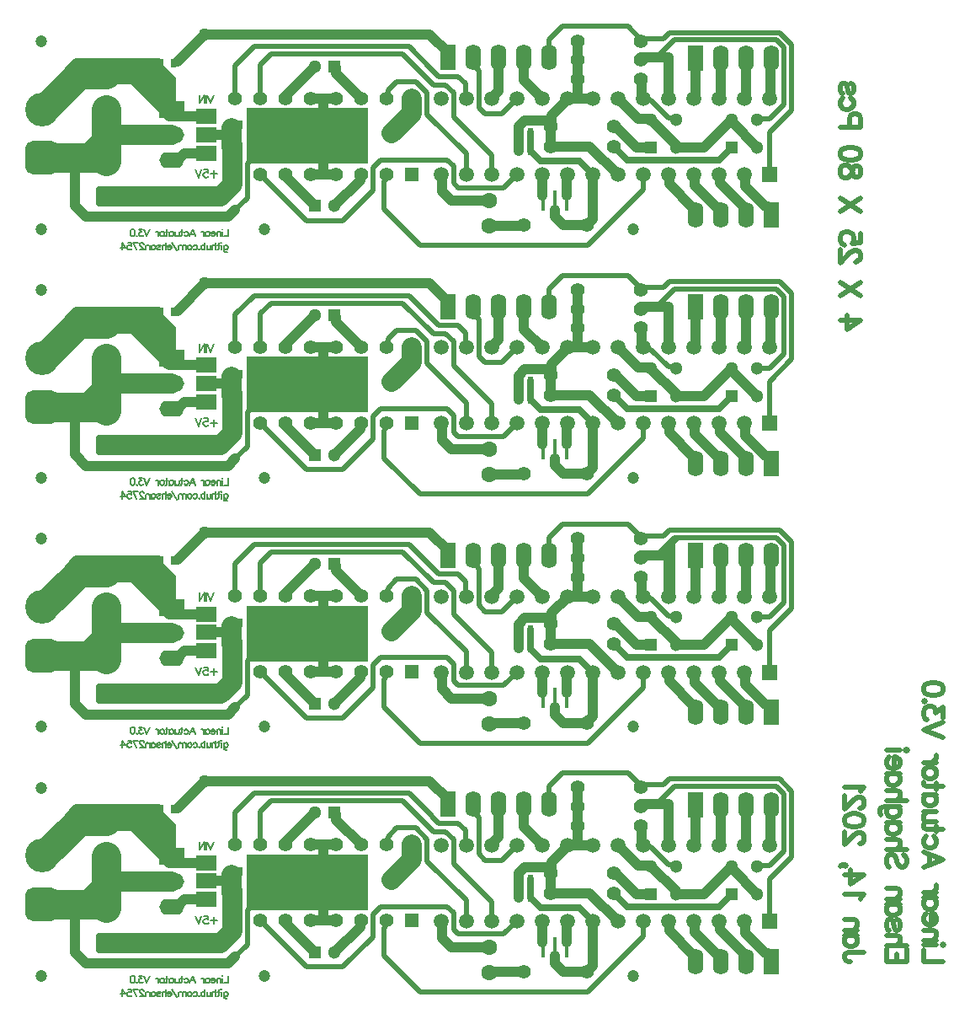
<source format=gtl>
G04*
G04 #@! TF.GenerationSoftware,Altium Limited,Altium Designer,21.4.1 (30)*
G04*
G04 Layer_Physical_Order=1*
G04 Layer_Color=255*
%FSLAX44Y44*%
%MOMM*%
G71*
G04*
G04 #@! TF.SameCoordinates,DC4F367D-8D4E-4889-AD52-647C8777383A*
G04*
G04*
G04 #@! TF.FilePolarity,Positive*
G04*
G01*
G75*
%ADD10C,0.5000*%
%ADD11C,3.4000*%
G04:AMPARAMS|DCode=12|XSize=3.4mm|YSize=3.4mm|CornerRadius=0.85mm|HoleSize=0mm|Usage=FLASHONLY|Rotation=180.000|XOffset=0mm|YOffset=0mm|HoleType=Round|Shape=RoundedRectangle|*
%AMROUNDEDRECTD12*
21,1,3.4000,1.7000,0,0,180.0*
21,1,1.7000,3.4000,0,0,180.0*
1,1,1.7000,-0.8500,0.8500*
1,1,1.7000,0.8500,0.8500*
1,1,1.7000,0.8500,-0.8500*
1,1,1.7000,-0.8500,-0.8500*
%
%ADD12ROUNDEDRECTD12*%
%ADD13R,0.6000X0.8500*%
%ADD14R,2.0000X1.5000*%
%ADD15R,0.4000X2.0000*%
%ADD16C,1.0000*%
%ADD17C,3.0000*%
%ADD18C,2.0000*%
%ADD19C,0.7000*%
%ADD20C,0.2000*%
%ADD21R,12.1920X5.5880*%
%ADD22R,1.6000X2.6000*%
%ADD23O,1.6000X2.6000*%
%ADD24R,1.4000X1.4000*%
%ADD25C,1.4000*%
%ADD26R,1.3000X1.3000*%
%ADD27C,1.3000*%
%ADD28C,2.0000*%
G04:AMPARAMS|DCode=29|XSize=2mm|YSize=2mm|CornerRadius=0.25mm|HoleSize=0mm|Usage=FLASHONLY|Rotation=270.000|XOffset=0mm|YOffset=0mm|HoleType=Round|Shape=RoundedRectangle|*
%AMROUNDEDRECTD29*
21,1,2.0000,1.5000,0,0,270.0*
21,1,1.5000,2.0000,0,0,270.0*
1,1,0.5000,-0.7500,-0.7500*
1,1,0.5000,-0.7500,0.7500*
1,1,0.5000,0.7500,0.7500*
1,1,0.5000,0.7500,-0.7500*
%
%ADD29ROUNDEDRECTD29*%
%ADD30C,1.2000*%
%ADD31C,1.3970*%
%ADD32C,1.6000*%
%ADD33O,2.5000X1.6000*%
%ADD34R,2.5000X1.8000*%
%ADD35R,1.5000X1.5000*%
%ADD36C,1.5000*%
%ADD37R,1.3000X1.3000*%
%ADD38C,1.2700*%
G36*
X2198906Y2427723D02*
X2206272D01*
Y2459756D01*
X2191316Y2474713D01*
X2151916D01*
X2198906Y2427723D01*
D02*
G37*
G36*
Y2177723D02*
X2206272D01*
Y2209756D01*
X2191316Y2224713D01*
X2151916D01*
X2198906Y2177723D01*
D02*
G37*
G36*
X2704090Y1992000D02*
X2694090Y1982000D01*
X2699090Y1977000D01*
Y1937000D01*
X2709090D01*
Y1992000D01*
X2714090Y1997000D01*
X2704090D01*
Y1992000D01*
D02*
G37*
G36*
X2198906Y1927723D02*
X2206272D01*
Y1959756D01*
X2191316Y1974713D01*
X2151916D01*
X2198906Y1927723D01*
D02*
G37*
G36*
Y1677723D02*
X2206272D01*
Y1709756D01*
X2191316Y1724713D01*
X2151916D01*
X2198906Y1677723D01*
D02*
G37*
D10*
X2978135Y1572000D02*
X2958139D01*
Y1583426D01*
X2978135Y1587520D02*
X2977183Y1588473D01*
X2978135Y1589425D01*
X2979087Y1588473D01*
X2978135Y1587520D01*
X2971469Y1588473D02*
X2958139D01*
X2971469Y1592948D02*
X2958139D01*
X2967661D02*
X2970517Y1595804D01*
X2971469Y1597709D01*
Y1600565D01*
X2970517Y1602470D01*
X2967661Y1603422D01*
X2958139D01*
X2965756Y1608659D02*
Y1620085D01*
X2967661D01*
X2969565Y1619133D01*
X2970517Y1618181D01*
X2971469Y1616276D01*
Y1613420D01*
X2970517Y1611515D01*
X2968613Y1609611D01*
X2965756Y1608659D01*
X2963852D01*
X2960995Y1609611D01*
X2959091Y1611515D01*
X2958139Y1613420D01*
Y1616276D01*
X2959091Y1618181D01*
X2960995Y1620085D01*
X2971469Y1635796D02*
X2958139D01*
X2968613D02*
X2970517Y1633891D01*
X2971469Y1631987D01*
Y1629131D01*
X2970517Y1627226D01*
X2968613Y1625322D01*
X2965756Y1624370D01*
X2963852D01*
X2960995Y1625322D01*
X2959091Y1627226D01*
X2958139Y1629131D01*
Y1631987D01*
X2959091Y1633891D01*
X2960995Y1635796D01*
X2971469Y1641128D02*
X2958139D01*
X2965756D02*
X2968613Y1642080D01*
X2970517Y1643985D01*
X2971469Y1645889D01*
Y1648745D01*
X2958139Y1681500D02*
X2978135Y1673883D01*
X2958139Y1666266D01*
X2964804Y1669122D02*
Y1678644D01*
X2968613Y1697592D02*
X2970517Y1695688D01*
X2971469Y1693783D01*
Y1690927D01*
X2970517Y1689023D01*
X2968613Y1687118D01*
X2965756Y1686166D01*
X2963852D01*
X2960995Y1687118D01*
X2959091Y1689023D01*
X2958139Y1690927D01*
Y1693783D01*
X2959091Y1695688D01*
X2960995Y1697592D01*
X2978135Y1704733D02*
X2961948D01*
X2959091Y1705686D01*
X2958139Y1707590D01*
Y1709494D01*
X2971469Y1701877D02*
Y1708542D01*
Y1712351D02*
X2961948D01*
X2959091Y1713303D01*
X2958139Y1715207D01*
Y1718064D01*
X2959091Y1719968D01*
X2961948Y1722825D01*
X2971469D02*
X2958139D01*
X2971469Y1739488D02*
X2958139D01*
X2968613D02*
X2970517Y1737583D01*
X2971469Y1735679D01*
Y1732823D01*
X2970517Y1730918D01*
X2968613Y1729014D01*
X2965756Y1728062D01*
X2963852D01*
X2960995Y1729014D01*
X2959091Y1730918D01*
X2958139Y1732823D01*
Y1735679D01*
X2959091Y1737583D01*
X2960995Y1739488D01*
X2978135Y1747677D02*
X2961948D01*
X2959091Y1748629D01*
X2958139Y1750533D01*
Y1752437D01*
X2971469Y1744820D02*
Y1751485D01*
Y1760055D02*
X2970517Y1758151D01*
X2968613Y1756246D01*
X2965756Y1755294D01*
X2963852D01*
X2960995Y1756246D01*
X2959091Y1758151D01*
X2958139Y1760055D01*
Y1762911D01*
X2959091Y1764816D01*
X2960995Y1766720D01*
X2963852Y1767672D01*
X2965756D01*
X2968613Y1766720D01*
X2970517Y1764816D01*
X2971469Y1762911D01*
Y1760055D01*
Y1772052D02*
X2958139D01*
X2965756D02*
X2968613Y1773004D01*
X2970517Y1774909D01*
X2971469Y1776813D01*
Y1779670D01*
X2978135Y1797190D02*
X2958139Y1804807D01*
X2978135Y1812425D02*
X2958139Y1804807D01*
X2978135Y1816900D02*
Y1827374D01*
X2970517Y1821661D01*
Y1824517D01*
X2969565Y1826422D01*
X2968613Y1827374D01*
X2965756Y1828326D01*
X2963852D01*
X2960995Y1827374D01*
X2959091Y1825470D01*
X2958139Y1822613D01*
Y1819756D01*
X2959091Y1816900D01*
X2960043Y1815948D01*
X2961948Y1814996D01*
X2960043Y1833753D02*
X2959091Y1832801D01*
X2958139Y1833753D01*
X2959091Y1834706D01*
X2960043Y1833753D01*
X2978135Y1844799D02*
X2977183Y1841942D01*
X2974326Y1840038D01*
X2969565Y1839086D01*
X2966708D01*
X2961948Y1840038D01*
X2959091Y1841942D01*
X2958139Y1844799D01*
Y1846703D01*
X2959091Y1849560D01*
X2961948Y1851464D01*
X2966708Y1852416D01*
X2969565D01*
X2974326Y1851464D01*
X2977183Y1849560D01*
X2978135Y1846703D01*
Y1844799D01*
X2941188Y1584378D02*
Y1572000D01*
X2921192D01*
Y1584378D01*
X2931666Y1572000D02*
Y1579617D01*
X2941188Y1587711D02*
X2921192D01*
X2930714D02*
X2933570Y1590567D01*
X2934522Y1592472D01*
Y1595328D01*
X2933570Y1597233D01*
X2930714Y1598185D01*
X2921192D01*
X2931666Y1613896D02*
X2933570Y1612944D01*
X2934522Y1610087D01*
Y1607231D01*
X2933570Y1604374D01*
X2931666Y1603422D01*
X2929761Y1604374D01*
X2928809Y1606278D01*
X2927857Y1611039D01*
X2926905Y1612944D01*
X2925001Y1613896D01*
X2924048D01*
X2922144Y1612944D01*
X2921192Y1610087D01*
Y1607231D01*
X2922144Y1604374D01*
X2924048Y1603422D01*
X2934522Y1629512D02*
X2921192D01*
X2931666D02*
X2933570Y1627607D01*
X2934522Y1625703D01*
Y1622846D01*
X2933570Y1620942D01*
X2931666Y1619037D01*
X2928809Y1618085D01*
X2926905D01*
X2924048Y1619037D01*
X2922144Y1620942D01*
X2921192Y1622846D01*
Y1625703D01*
X2922144Y1627607D01*
X2924048Y1629512D01*
X2934522Y1634844D02*
X2921192D01*
X2930714D02*
X2933570Y1637700D01*
X2934522Y1639604D01*
Y1642461D01*
X2933570Y1644365D01*
X2930714Y1645318D01*
X2921192D01*
X2938331Y1679596D02*
X2940235Y1677692D01*
X2941188Y1674835D01*
Y1671026D01*
X2940235Y1668170D01*
X2938331Y1666266D01*
X2936427D01*
X2934522Y1667218D01*
X2933570Y1668170D01*
X2932618Y1670074D01*
X2930714Y1675787D01*
X2929761Y1677692D01*
X2928809Y1678644D01*
X2926905Y1679596D01*
X2924048D01*
X2922144Y1677692D01*
X2921192Y1674835D01*
Y1671026D01*
X2922144Y1668170D01*
X2924048Y1666266D01*
X2941188Y1684071D02*
X2921192D01*
X2930714D02*
X2933570Y1686928D01*
X2934522Y1688832D01*
Y1691689D01*
X2933570Y1693593D01*
X2930714Y1694545D01*
X2921192D01*
X2934522Y1711208D02*
X2921192D01*
X2931666D02*
X2933570Y1709304D01*
X2934522Y1707399D01*
Y1704543D01*
X2933570Y1702639D01*
X2931666Y1700734D01*
X2928809Y1699782D01*
X2926905D01*
X2924048Y1700734D01*
X2922144Y1702639D01*
X2921192Y1704543D01*
Y1707399D01*
X2922144Y1709304D01*
X2924048Y1711208D01*
X2934522Y1727967D02*
X2919287D01*
X2916431Y1727014D01*
X2915479Y1726062D01*
X2914527Y1724158D01*
Y1721301D01*
X2915479Y1719397D01*
X2931666Y1727967D02*
X2933570Y1726062D01*
X2934522Y1724158D01*
Y1721301D01*
X2933570Y1719397D01*
X2931666Y1717493D01*
X2928809Y1716540D01*
X2926905D01*
X2924048Y1717493D01*
X2922144Y1719397D01*
X2921192Y1721301D01*
Y1724158D01*
X2922144Y1726062D01*
X2924048Y1727967D01*
X2941188Y1733299D02*
X2921192D01*
X2930714D02*
X2933570Y1736155D01*
X2934522Y1738060D01*
Y1740916D01*
X2933570Y1742820D01*
X2930714Y1743773D01*
X2921192D01*
X2934522Y1760436D02*
X2921192D01*
X2931666D02*
X2933570Y1758531D01*
X2934522Y1756627D01*
Y1753771D01*
X2933570Y1751866D01*
X2931666Y1749962D01*
X2928809Y1749010D01*
X2926905D01*
X2924048Y1749962D01*
X2922144Y1751866D01*
X2921192Y1753771D01*
Y1756627D01*
X2922144Y1758531D01*
X2924048Y1760436D01*
X2928809Y1765768D02*
Y1777194D01*
X2930714D01*
X2932618Y1776242D01*
X2933570Y1775290D01*
X2934522Y1773385D01*
Y1770529D01*
X2933570Y1768625D01*
X2931666Y1766720D01*
X2928809Y1765768D01*
X2926905D01*
X2924048Y1766720D01*
X2922144Y1768625D01*
X2921192Y1770529D01*
Y1773385D01*
X2922144Y1775290D01*
X2924048Y1777194D01*
X2941188Y1783383D02*
X2940235Y1784335D01*
X2941188Y1785288D01*
X2942140Y1784335D01*
X2941188Y1783383D01*
X2934522Y1784335D02*
X2921192D01*
X2898528Y1581522D02*
X2883293D01*
X2880436Y1580570D01*
X2879484Y1579617D01*
X2878532Y1577713D01*
Y1575809D01*
X2879484Y1573904D01*
X2880436Y1572952D01*
X2883293Y1572000D01*
X2885197D01*
X2891862Y1598090D02*
X2878532D01*
X2889006D02*
X2890910Y1596185D01*
X2891862Y1594281D01*
Y1591424D01*
X2890910Y1589520D01*
X2889006Y1587616D01*
X2886149Y1586664D01*
X2884245D01*
X2881388Y1587616D01*
X2879484Y1589520D01*
X2878532Y1591424D01*
Y1594281D01*
X2879484Y1596185D01*
X2881388Y1598090D01*
X2891862Y1603422D02*
X2878532D01*
X2888054D02*
X2890910Y1606278D01*
X2891862Y1608183D01*
Y1611039D01*
X2890910Y1612944D01*
X2888054Y1613896D01*
X2878532D01*
X2894719Y1634844D02*
X2895671Y1636748D01*
X2898528Y1639604D01*
X2878532D01*
X2898528Y1659029D02*
X2885197Y1649507D01*
Y1663790D01*
X2898528Y1659029D02*
X2878532D01*
X2879484Y1669217D02*
X2878532Y1668265D01*
X2879484Y1667313D01*
X2880436Y1668265D01*
X2879484Y1669217D01*
X2877580D01*
X2875675Y1668265D01*
X2874723Y1667313D01*
X2893767Y1690260D02*
X2894719D01*
X2896623Y1691212D01*
X2897575Y1692165D01*
X2898528Y1694069D01*
Y1697878D01*
X2897575Y1699782D01*
X2896623Y1700734D01*
X2894719Y1701687D01*
X2892815D01*
X2890910Y1700734D01*
X2888054Y1698830D01*
X2878532Y1689308D01*
Y1702639D01*
X2898528Y1712827D02*
X2897575Y1709970D01*
X2894719Y1708066D01*
X2889958Y1707114D01*
X2887101D01*
X2882340Y1708066D01*
X2879484Y1709970D01*
X2878532Y1712827D01*
Y1714731D01*
X2879484Y1717588D01*
X2882340Y1719492D01*
X2887101Y1720444D01*
X2889958D01*
X2894719Y1719492D01*
X2897575Y1717588D01*
X2898528Y1714731D01*
Y1712827D01*
X2893767Y1725872D02*
X2894719D01*
X2896623Y1726824D01*
X2897575Y1727776D01*
X2898528Y1729680D01*
Y1733489D01*
X2897575Y1735394D01*
X2896623Y1736346D01*
X2894719Y1737298D01*
X2892815D01*
X2890910Y1736346D01*
X2888054Y1734441D01*
X2878532Y1724920D01*
Y1738250D01*
X2894719Y1742725D02*
X2895671Y1744630D01*
X2898528Y1747486D01*
X2878532D01*
X2894719Y2216522D02*
X2881389Y2207000D01*
Y2221283D01*
X2894719Y2216522D02*
X2874723D01*
X2894719Y2240517D02*
X2874723Y2253847D01*
X2894719D02*
X2874723Y2240517D01*
X2889958Y2274985D02*
X2890910D01*
X2892815Y2275938D01*
X2893767Y2276890D01*
X2894719Y2278794D01*
Y2282603D01*
X2893767Y2284507D01*
X2892815Y2285459D01*
X2890910Y2286412D01*
X2889006D01*
X2887101Y2285459D01*
X2884245Y2283555D01*
X2874723Y2274033D01*
Y2287364D01*
X2894719Y2303265D02*
Y2293743D01*
X2886149Y2292791D01*
X2887101Y2293743D01*
X2888054Y2296600D01*
Y2299456D01*
X2887101Y2302313D01*
X2885197Y2304217D01*
X2882340Y2305170D01*
X2880436D01*
X2877580Y2304217D01*
X2875675Y2302313D01*
X2874723Y2299456D01*
Y2296600D01*
X2875675Y2293743D01*
X2876628Y2292791D01*
X2878532Y2291839D01*
X2894719Y2325356D02*
X2874723Y2338686D01*
X2894719D02*
X2874723Y2325356D01*
X2894719Y2363633D02*
X2893767Y2360777D01*
X2891862Y2359824D01*
X2889958D01*
X2888054Y2360777D01*
X2887101Y2362681D01*
X2886149Y2366490D01*
X2885197Y2369346D01*
X2883293Y2371251D01*
X2881389Y2372203D01*
X2878532D01*
X2876628Y2371251D01*
X2875675Y2370298D01*
X2874723Y2367442D01*
Y2363633D01*
X2875675Y2360777D01*
X2876628Y2359824D01*
X2878532Y2358872D01*
X2881389D01*
X2883293Y2359824D01*
X2885197Y2361729D01*
X2886149Y2364585D01*
X2887101Y2368394D01*
X2888054Y2370298D01*
X2889958Y2371251D01*
X2891862D01*
X2893767Y2370298D01*
X2894719Y2367442D01*
Y2363633D01*
Y2382391D02*
X2893767Y2379534D01*
X2890910Y2377630D01*
X2886149Y2376678D01*
X2883293D01*
X2878532Y2377630D01*
X2875675Y2379534D01*
X2874723Y2382391D01*
Y2384295D01*
X2875675Y2387152D01*
X2878532Y2389056D01*
X2883293Y2390009D01*
X2886149D01*
X2890910Y2389056D01*
X2893767Y2387152D01*
X2894719Y2384295D01*
Y2382391D01*
X2884245Y2410195D02*
Y2418764D01*
X2885197Y2421621D01*
X2886149Y2422573D01*
X2888054Y2423525D01*
X2890910D01*
X2892815Y2422573D01*
X2893767Y2421621D01*
X2894719Y2418764D01*
Y2410195D01*
X2874723D01*
X2885197Y2439427D02*
X2887101Y2437522D01*
X2888054Y2435618D01*
Y2432761D01*
X2887101Y2430857D01*
X2885197Y2428952D01*
X2882340Y2428000D01*
X2880436D01*
X2877580Y2428952D01*
X2875675Y2430857D01*
X2874723Y2432761D01*
Y2435618D01*
X2875675Y2437522D01*
X2877580Y2439427D01*
X2885197Y2454185D02*
X2887101Y2453233D01*
X2888054Y2450376D01*
Y2447520D01*
X2887101Y2444664D01*
X2885197Y2443711D01*
X2883293Y2444664D01*
X2882340Y2446568D01*
X2881389Y2451329D01*
X2880436Y2453233D01*
X2878532Y2454185D01*
X2877580D01*
X2875675Y2453233D01*
X2874723Y2450376D01*
Y2447520D01*
X2875675Y2444664D01*
X2877580Y2443711D01*
X2676172Y1597205D02*
Y1612445D01*
Y1597205D02*
X2620455Y1541488D01*
X2536218Y1599491D02*
X2490244D01*
X2549172Y1612445D02*
X2536218Y1599491D01*
X2490244D02*
X2485832Y1603903D01*
X2620455Y1541488D02*
X2452235D01*
X2278208Y1589131D02*
Y1623675D01*
Y1589131D02*
X2266216Y1577139D01*
X2477798Y1702615D02*
X2465352D01*
X2459256Y1694667D02*
X2447752Y1706171D01*
X2485672Y1670357D02*
Y1694741D01*
X2497850Y1689167D02*
Y1703645D01*
X2485672Y1694741D02*
X2477798Y1702615D01*
X2459256Y1672643D02*
Y1694667D01*
X2463828Y1717801D02*
Y1717974D01*
X2490498Y1710997D02*
X2470632D01*
X2497850Y1703645D02*
X2490498Y1710997D01*
X2470632D02*
X2463828Y1717801D01*
X2511232Y1716698D02*
X2505172Y1722758D01*
X2465352Y1702615D02*
X2434538Y1733429D01*
X2505172Y1722758D02*
Y1730735D01*
X2463828Y1717974D02*
X2440833Y1740969D01*
X2581372Y1729985D02*
Y1747769D01*
X2803172Y1612445D02*
Y1654609D01*
X2511232Y1679849D02*
Y1716698D01*
X2549172Y1688645D02*
X2533932Y1673405D01*
X2498372Y1612445D02*
Y1633527D01*
X2523772Y1612445D02*
Y1632257D01*
X2498372Y1688645D02*
X2497850Y1689167D01*
X2517676Y1673405D02*
X2511232Y1679849D01*
X2533932Y1673405D02*
X2517676D01*
X2673378Y1749351D02*
X2661353Y1761376D01*
X2594979D02*
X2581372Y1747769D01*
X2498372Y1633527D02*
X2459256Y1672643D01*
X2485832Y1620667D02*
X2479322Y1627177D01*
X2523772Y1632257D02*
X2485672Y1670357D01*
X2790980Y1639795D02*
X2790632Y1639447D01*
X2447752Y1706171D02*
X2428776D01*
X2419830Y1690867D02*
X2418108Y1689145D01*
X2419830Y1690867D02*
Y1697225D01*
X2428776Y1706171D02*
X2419830Y1697225D01*
X2337582Y1566471D02*
X2291108Y1612945D01*
X2418108D02*
X2416386Y1611223D01*
X2404900Y1596697D02*
X2374674Y1566471D01*
X2404900Y1596697D02*
Y1619557D01*
X2416167Y1577556D02*
Y1605516D01*
X2452235Y1541488D02*
X2416167Y1577556D01*
X2283996Y1629463D02*
X2278208Y1623675D01*
X2479322Y1627177D02*
X2412520D01*
X2485832Y1603903D02*
Y1620667D01*
X2265708Y1689145D02*
Y1721665D01*
X2291108Y1689145D02*
Y1722507D01*
X2283106Y1640893D02*
Y1662229D01*
X2416386Y1605735D02*
X2416167Y1605516D01*
X2412520Y1627177D02*
X2404900Y1619557D01*
X2374674Y1566471D02*
X2337582D01*
X2416386Y1605735D02*
Y1611223D01*
X2440833Y1740969D02*
X2285012D01*
X2265708Y1721665D01*
X2434538Y1733429D02*
X2302030D01*
X2291108Y1722507D01*
X2791342Y1668156D02*
X2790980Y1667795D01*
X2803511Y1668156D02*
X2791342D01*
X2825536Y1676973D02*
X2803172Y1654609D01*
X2825536Y1743210D02*
X2813481Y1755265D01*
X2817996Y1740086D02*
X2810357Y1747725D01*
X2817996Y1719284D02*
X2817996Y1719283D01*
Y1682641D02*
Y1719283D01*
Y1682641D02*
X2803511Y1668156D01*
X2817996Y1719284D02*
Y1740086D01*
X2825536Y1676973D02*
Y1743210D01*
X2709954Y1667795D02*
X2708423Y1669326D01*
X2701638D01*
X2696746Y1749351D02*
X2673378D01*
X2702660Y1755265D02*
X2696746Y1749351D01*
X2707566Y1747725D02*
X2689861Y1730020D01*
X2810357Y1747725D02*
X2707566D01*
X2684232Y1686732D02*
X2678086D01*
X2701638Y1669326D02*
X2684232Y1686732D01*
X2678086D02*
X2676172Y1688645D01*
X2813481Y1755265D02*
X2702660D01*
X2661353Y1761376D02*
X2594979D01*
X2676172Y1847205D02*
Y1862445D01*
Y1847205D02*
X2620455Y1791488D01*
X2536218Y1849491D02*
X2490244D01*
X2549172Y1862445D02*
X2536218Y1849491D01*
X2490244D02*
X2485832Y1853903D01*
X2620455Y1791488D02*
X2452235D01*
X2278208Y1839131D02*
Y1873675D01*
Y1839131D02*
X2266216Y1827139D01*
X2477798Y1952615D02*
X2465352D01*
X2459256Y1944667D02*
X2447752Y1956171D01*
X2485672Y1920357D02*
Y1944741D01*
X2497850Y1939167D02*
Y1953645D01*
X2485672Y1944741D02*
X2477798Y1952615D01*
X2459256Y1922643D02*
Y1944667D01*
X2463828Y1967801D02*
Y1967974D01*
X2490498Y1960997D02*
X2470632D01*
X2497850Y1953645D02*
X2490498Y1960997D01*
X2470632D02*
X2463828Y1967801D01*
X2511232Y1966698D02*
X2505172Y1972758D01*
X2465352Y1952615D02*
X2434538Y1983429D01*
X2505172Y1972758D02*
Y1980735D01*
X2463828Y1967974D02*
X2440833Y1990969D01*
X2581372Y1979985D02*
Y1997769D01*
X2803172Y1862445D02*
Y1904609D01*
X2511232Y1929849D02*
Y1966698D01*
X2549172Y1938645D02*
X2533932Y1923405D01*
X2498372Y1862445D02*
Y1883527D01*
X2523772Y1862445D02*
Y1882257D01*
X2498372Y1938645D02*
X2497850Y1939167D01*
X2517676Y1923405D02*
X2511232Y1929849D01*
X2533932Y1923405D02*
X2517676D01*
X2673378Y1999351D02*
X2661353Y2011376D01*
X2594979D02*
X2581372Y1997769D01*
X2498372Y1883527D02*
X2459256Y1922643D01*
X2485832Y1870667D02*
X2479322Y1877177D01*
X2523772Y1882257D02*
X2485672Y1920357D01*
X2790980Y1889795D02*
X2790632Y1889447D01*
X2447752Y1956171D02*
X2428776D01*
X2419830Y1940867D02*
X2418108Y1939145D01*
X2419830Y1940867D02*
Y1947225D01*
X2428776Y1956171D02*
X2419830Y1947225D01*
X2337582Y1816471D02*
X2291108Y1862945D01*
X2418108D02*
X2416386Y1861223D01*
X2404900Y1846697D02*
X2374674Y1816471D01*
X2404900Y1846697D02*
Y1869557D01*
X2416167Y1827556D02*
Y1855516D01*
X2452235Y1791488D02*
X2416167Y1827556D01*
X2283996Y1879463D02*
X2278208Y1873675D01*
X2479322Y1877177D02*
X2412520D01*
X2485832Y1853903D02*
Y1870667D01*
X2265708Y1939145D02*
Y1971665D01*
X2291108Y1939145D02*
Y1972507D01*
X2283106Y1890893D02*
Y1912229D01*
X2416386Y1855735D02*
X2416167Y1855516D01*
X2412520Y1877177D02*
X2404900Y1869557D01*
X2374674Y1816471D02*
X2337582D01*
X2416386Y1855735D02*
Y1861223D01*
X2440833Y1990969D02*
X2285012D01*
X2265708Y1971665D01*
X2434538Y1983429D02*
X2302030D01*
X2291108Y1972507D01*
X2791342Y1918156D02*
X2790980Y1917795D01*
X2803511Y1918156D02*
X2791342D01*
X2825536Y1926973D02*
X2803172Y1904609D01*
X2825536Y1993210D02*
X2813481Y2005265D01*
X2817996Y1990086D02*
X2810357Y1997725D01*
X2817996Y1969284D02*
X2817996Y1969283D01*
Y1932641D02*
Y1969283D01*
Y1932641D02*
X2803511Y1918156D01*
X2817996Y1969284D02*
Y1990086D01*
X2825536Y1926973D02*
Y1993210D01*
X2709954Y1917795D02*
X2708423Y1919326D01*
X2701638D01*
X2696746Y1999351D02*
X2673378D01*
X2702660Y2005265D02*
X2696746Y1999351D01*
X2707566Y1997725D02*
X2689861Y1980020D01*
X2810357Y1997725D02*
X2707566D01*
X2684232Y1936732D02*
X2678086D01*
X2701638Y1919326D02*
X2684232Y1936732D01*
X2678086D02*
X2676172Y1938645D01*
X2813481Y2005265D02*
X2702660D01*
X2661353Y2011376D02*
X2594979D01*
X2676172Y2097205D02*
Y2112445D01*
Y2097205D02*
X2620455Y2041488D01*
X2536218Y2099491D02*
X2490244D01*
X2549172Y2112445D02*
X2536218Y2099491D01*
X2490244D02*
X2485832Y2103903D01*
X2620455Y2041488D02*
X2452235D01*
X2278208Y2089131D02*
Y2123675D01*
Y2089131D02*
X2266216Y2077139D01*
X2477798Y2202615D02*
X2465352D01*
X2459256Y2194667D02*
X2447752Y2206171D01*
X2485672Y2170357D02*
Y2194741D01*
X2497850Y2189167D02*
Y2203645D01*
X2485672Y2194741D02*
X2477798Y2202615D01*
X2459256Y2172643D02*
Y2194667D01*
X2463828Y2217801D02*
Y2217974D01*
X2490498Y2210997D02*
X2470632D01*
X2497850Y2203645D02*
X2490498Y2210997D01*
X2470632D02*
X2463828Y2217801D01*
X2511232Y2216698D02*
X2505172Y2222758D01*
X2465352Y2202615D02*
X2434538Y2233429D01*
X2505172Y2222758D02*
Y2230735D01*
X2463828Y2217974D02*
X2440833Y2240969D01*
X2581372Y2229985D02*
Y2247769D01*
X2803172Y2112445D02*
Y2154609D01*
X2511232Y2179849D02*
Y2216698D01*
X2549172Y2188645D02*
X2533932Y2173405D01*
X2498372Y2112445D02*
Y2133527D01*
X2523772Y2112445D02*
Y2132257D01*
X2498372Y2188645D02*
X2497850Y2189167D01*
X2517676Y2173405D02*
X2511232Y2179849D01*
X2533932Y2173405D02*
X2517676D01*
X2673378Y2249351D02*
X2661353Y2261376D01*
X2594979D02*
X2581372Y2247769D01*
X2498372Y2133527D02*
X2459256Y2172643D01*
X2485832Y2120667D02*
X2479322Y2127177D01*
X2523772Y2132257D02*
X2485672Y2170357D01*
X2790980Y2139795D02*
X2790632Y2139447D01*
X2447752Y2206171D02*
X2428776D01*
X2419830Y2190867D02*
X2418108Y2189145D01*
X2419830Y2190867D02*
Y2197225D01*
X2428776Y2206171D02*
X2419830Y2197225D01*
X2337582Y2066471D02*
X2291108Y2112945D01*
X2418108D02*
X2416386Y2111223D01*
X2404900Y2096697D02*
X2374674Y2066471D01*
X2404900Y2096697D02*
Y2119557D01*
X2416167Y2077556D02*
Y2105516D01*
X2452235Y2041488D02*
X2416167Y2077556D01*
X2283996Y2129463D02*
X2278208Y2123675D01*
X2479322Y2127177D02*
X2412520D01*
X2485832Y2103903D02*
Y2120667D01*
X2265708Y2189145D02*
Y2221665D01*
X2291108Y2189145D02*
Y2222507D01*
X2283106Y2140893D02*
Y2162229D01*
X2416386Y2105735D02*
X2416167Y2105516D01*
X2412520Y2127177D02*
X2404900Y2119557D01*
X2374674Y2066471D02*
X2337582D01*
X2416386Y2105735D02*
Y2111223D01*
X2440833Y2240969D02*
X2285012D01*
X2265708Y2221665D01*
X2434538Y2233429D02*
X2302030D01*
X2291108Y2222507D01*
X2791342Y2168156D02*
X2790980Y2167795D01*
X2803511Y2168156D02*
X2791342D01*
X2825536Y2176973D02*
X2803172Y2154609D01*
X2825536Y2243210D02*
X2813481Y2255265D01*
X2817996Y2240086D02*
X2810357Y2247725D01*
X2817996Y2219284D02*
X2817996Y2219283D01*
Y2182641D02*
Y2219283D01*
Y2182641D02*
X2803511Y2168156D01*
X2817996Y2219284D02*
Y2240086D01*
X2825536Y2176973D02*
Y2243210D01*
X2709954Y2167795D02*
X2708423Y2169326D01*
X2701638D01*
X2696746Y2249351D02*
X2673378D01*
X2702660Y2255265D02*
X2696746Y2249351D01*
X2707566Y2247725D02*
X2689861Y2230020D01*
X2810357Y2247725D02*
X2707566D01*
X2684232Y2186732D02*
X2678086D01*
X2701638Y2169326D02*
X2684232Y2186732D01*
X2678086D02*
X2676172Y2188645D01*
X2813481Y2255265D02*
X2702660D01*
X2661353Y2261376D02*
X2594979D01*
X2676172Y2347205D02*
Y2362445D01*
Y2347205D02*
X2620455Y2291488D01*
X2536218Y2349491D02*
X2490244D01*
X2549172Y2362445D02*
X2536218Y2349491D01*
X2490244D02*
X2485832Y2353903D01*
X2620455Y2291488D02*
X2452235D01*
X2278208Y2339131D02*
Y2373675D01*
Y2339131D02*
X2266216Y2327139D01*
X2477798Y2452615D02*
X2465352D01*
X2459256Y2444667D02*
X2447752Y2456171D01*
X2485672Y2420357D02*
Y2444741D01*
X2497850Y2439167D02*
Y2453645D01*
X2485672Y2444741D02*
X2477798Y2452615D01*
X2459256Y2422643D02*
Y2444667D01*
X2463828Y2467801D02*
Y2467974D01*
X2490498Y2460997D02*
X2470632D01*
X2497850Y2453645D02*
X2490498Y2460997D01*
X2470632D02*
X2463828Y2467801D01*
X2511232Y2466698D02*
X2505172Y2472758D01*
X2465352Y2452615D02*
X2434538Y2483429D01*
X2505172Y2472758D02*
Y2480735D01*
X2463828Y2467974D02*
X2440833Y2490969D01*
X2581372Y2479985D02*
Y2497769D01*
X2803172Y2362445D02*
Y2404609D01*
X2511232Y2429849D02*
Y2466698D01*
X2549172Y2438645D02*
X2533932Y2423405D01*
X2498372Y2362445D02*
Y2383527D01*
X2523772Y2362445D02*
Y2382257D01*
X2498372Y2438645D02*
X2497850Y2439167D01*
X2517676Y2423405D02*
X2511232Y2429849D01*
X2533932Y2423405D02*
X2517676D01*
X2673378Y2499351D02*
X2661353Y2511376D01*
X2594979D02*
X2581372Y2497769D01*
X2498372Y2383527D02*
X2459256Y2422643D01*
X2485832Y2370667D02*
X2479322Y2377177D01*
X2523772Y2382257D02*
X2485672Y2420357D01*
X2790980Y2389795D02*
X2790632Y2389447D01*
X2447752Y2456171D02*
X2428776D01*
X2419830Y2440867D02*
X2418108Y2439145D01*
X2419830Y2440867D02*
Y2447225D01*
X2428776Y2456171D02*
X2419830Y2447225D01*
X2337582Y2316471D02*
X2291108Y2362945D01*
X2418108D02*
X2416386Y2361223D01*
X2404900Y2346697D02*
X2374674Y2316471D01*
X2404900Y2346697D02*
Y2369557D01*
X2416167Y2327556D02*
Y2355516D01*
X2452235Y2291488D02*
X2416167Y2327556D01*
X2283996Y2379463D02*
X2278208Y2373675D01*
X2479322Y2377177D02*
X2412520D01*
X2485832Y2353903D02*
Y2370667D01*
X2265708Y2439145D02*
Y2471665D01*
X2291108Y2439145D02*
Y2472507D01*
X2283106Y2390893D02*
Y2412229D01*
X2416386Y2355735D02*
X2416167Y2355516D01*
X2412520Y2377177D02*
X2404900Y2369557D01*
X2374674Y2316471D02*
X2337582D01*
X2416386Y2355735D02*
Y2361223D01*
X2440833Y2490969D02*
X2285012D01*
X2265708Y2471665D01*
X2434538Y2483429D02*
X2302030D01*
X2291108Y2472507D01*
X2791342Y2418156D02*
X2790980Y2417795D01*
X2803511Y2418156D02*
X2791342D01*
X2825536Y2426973D02*
X2803172Y2404609D01*
X2825536Y2493210D02*
X2813481Y2505265D01*
X2817996Y2490086D02*
X2810357Y2497725D01*
X2817996Y2469284D02*
X2817996Y2469283D01*
Y2432641D02*
Y2469283D01*
Y2432641D02*
X2803511Y2418156D01*
X2817996Y2469284D02*
Y2490086D01*
X2825536Y2426973D02*
Y2493210D01*
X2709954Y2417795D02*
X2708423Y2419326D01*
X2701638D01*
X2696746Y2499351D02*
X2673378D01*
X2702660Y2505265D02*
X2696746Y2499351D01*
X2707566Y2497725D02*
X2689861Y2480020D01*
X2810357Y2497725D02*
X2707566D01*
X2684232Y2436732D02*
X2678086D01*
X2701638Y2419326D02*
X2684232Y2436732D01*
X2678086D02*
X2676172Y2438645D01*
X2813481Y2505265D02*
X2702660D01*
X2661353Y2511376D02*
X2594979D01*
D11*
X2071906Y1678231D02*
D03*
Y1928231D02*
D03*
Y2178231D02*
D03*
Y2428231D02*
D03*
D12*
Y1629231D02*
D03*
Y1879231D02*
D03*
Y2129231D02*
D03*
Y2379231D02*
D03*
D13*
X2270662Y1640893D02*
D03*
X2283106D02*
D03*
X2550824Y1655117D02*
D03*
X2563268D02*
D03*
X2550824Y1636575D02*
D03*
X2563268D02*
D03*
X2191316Y1724713D02*
D03*
X2203760D02*
D03*
X2270662Y1662229D02*
D03*
X2283106D02*
D03*
X2270662Y1890893D02*
D03*
X2283106D02*
D03*
X2550824Y1905117D02*
D03*
X2563268D02*
D03*
X2550824Y1886575D02*
D03*
X2563268D02*
D03*
X2191316Y1974713D02*
D03*
X2203760D02*
D03*
X2270662Y1912229D02*
D03*
X2283106D02*
D03*
X2270662Y2140893D02*
D03*
X2283106D02*
D03*
X2550824Y2155117D02*
D03*
X2563268D02*
D03*
X2550824Y2136575D02*
D03*
X2563268D02*
D03*
X2191316Y2224713D02*
D03*
X2203760D02*
D03*
X2270662Y2162229D02*
D03*
X2283106D02*
D03*
X2270662Y2390893D02*
D03*
X2283106D02*
D03*
X2550824Y2405117D02*
D03*
X2563268D02*
D03*
X2550824Y2386575D02*
D03*
X2563268D02*
D03*
X2191316Y2474713D02*
D03*
X2203760D02*
D03*
X2270662Y2412229D02*
D03*
X2283106D02*
D03*
D14*
X2237260Y1634196D02*
D03*
Y1671026D02*
D03*
X2237006Y1652738D02*
D03*
X2237260Y1884196D02*
D03*
Y1921026D02*
D03*
X2237006Y1902738D02*
D03*
X2237260Y2134196D02*
D03*
Y2171026D02*
D03*
X2237006Y2152738D02*
D03*
X2237260Y2384196D02*
D03*
Y2421026D02*
D03*
X2237006Y2402738D02*
D03*
D15*
X2599526Y1586537D02*
D03*
X2587526D02*
D03*
X2575526D02*
D03*
X2599526Y1836537D02*
D03*
X2587526D02*
D03*
X2575526D02*
D03*
X2599526Y2086537D02*
D03*
X2587526D02*
D03*
X2575526D02*
D03*
X2599526Y2336537D02*
D03*
X2587526D02*
D03*
X2575526D02*
D03*
D16*
X2521613Y1561264D02*
X2521232Y1560883D01*
Y1586283D02*
X2483386D01*
X2473929Y1595740D01*
X2587452Y1570101D02*
Y1577441D01*
X2575049Y1591537D02*
Y1611968D01*
X2599749Y1591537D02*
Y1612222D01*
X2599972Y1612445D02*
X2599749Y1612222D01*
X2575049Y1611968D02*
X2574572Y1612445D01*
X2625372Y1567998D02*
Y1612445D01*
X2754256Y1572059D02*
Y1575509D01*
X2727929Y1601836D01*
X2728856Y1572059D02*
X2726896Y1574019D01*
X2779656Y1572059D02*
Y1577495D01*
X2726896Y1579019D02*
X2702529Y1603386D01*
X2799232Y1580059D02*
X2778729Y1600562D01*
X2802056Y1580059D02*
X2799232D01*
X2726896Y1574019D02*
Y1579019D01*
X2779656Y1577495D02*
X2753329Y1603822D01*
X2473929Y1595740D02*
Y1611488D01*
X2472972Y1612445D01*
X2702529Y1603386D02*
Y1611488D01*
X2778729Y1600562D02*
Y1611488D01*
X2702529D02*
X2701572Y1612445D01*
X2727929Y1601836D02*
Y1611488D01*
X2753329D02*
X2752372Y1612445D01*
X2778729Y1611488D02*
X2777772Y1612445D01*
X2727929Y1611488D02*
X2726972Y1612445D01*
X2753329Y1603822D02*
Y1611488D01*
X2620094Y1561645D02*
X2595908D01*
X2620094D02*
Y1562719D01*
X2556594Y1561645D02*
X2556213Y1561264D01*
X2521613D01*
X2595908Y1561645D02*
X2587452Y1570101D01*
X2625372Y1567998D02*
X2620094Y1562719D01*
X2208065Y1626923D02*
X2202208D01*
X2237260Y1671026D02*
X2199855D01*
X2197524Y1673357D01*
X2237260Y1634196D02*
X2215338D01*
X2208065Y1626923D01*
X2266216Y1577139D02*
X2259104Y1570027D01*
X2256979Y1652738D02*
X2237006D01*
X2259104Y1570027D02*
X2115848D01*
X2104672Y1581203D01*
Y1629231D01*
X2188746Y1724713D02*
X2136422D01*
X2106812D02*
X2098822Y1716723D01*
X2136422Y1724713D02*
X2106812D01*
X2622451Y1640766D02*
X2622324Y1640639D01*
X2684554Y1639795D02*
X2669879D01*
X2479772Y1734985D02*
X2461779Y1752978D01*
X2479772Y1729985D02*
Y1734985D01*
X2555972Y1707245D02*
Y1730735D01*
X2583716Y1666907D02*
X2557145D01*
X2650772Y1612445D02*
X2622451Y1640766D01*
X2669879Y1639795D02*
X2649474Y1660199D01*
X2530572Y1696798D02*
X2523772Y1689998D01*
X2530572Y1696798D02*
Y1730735D01*
X2523772Y1688645D02*
Y1689998D01*
X2622324Y1640639D02*
X2583716D01*
X2550824Y1655117D02*
Y1660586D01*
Y1636575D02*
Y1655117D01*
X2557145Y1666907D02*
X2550824Y1660586D01*
X2610386Y1727480D02*
Y1746811D01*
Y1708149D02*
Y1727480D01*
X2583716Y1640639D02*
Y1660959D01*
X2709380Y1642543D02*
X2684554Y1667369D01*
X2625372Y1688645D02*
X2610386D01*
X2765580Y1667795D02*
X2737580Y1639795D01*
X2684554Y1667369D02*
Y1667795D01*
X2683980Y1668369D02*
X2671048D01*
X2709380Y1640369D02*
Y1642543D01*
X2737580Y1639795D02*
X2709954D01*
X2790980D02*
Y1639940D01*
X2766154Y1664765D01*
X2709954Y1639795D02*
X2709380Y1640369D01*
X2610386Y1690171D02*
X2609816Y1689602D01*
X2600929D01*
X2584476Y1666907D02*
Y1672133D01*
Y1661718D02*
Y1666907D01*
X2600929Y1689602D02*
X2599972Y1688645D01*
X2584476Y1661718D02*
X2583716Y1660959D01*
X2610386Y1690171D02*
Y1708149D01*
X2600988Y1688645D02*
X2584476Y1672133D01*
X2599972Y1688645D02*
X2599016Y1687688D01*
X2574572Y1688645D02*
X2555972Y1707245D01*
X2610386Y1688645D02*
X2600988D01*
X2317273Y1609734D02*
Y1612180D01*
X2316508Y1612945D01*
X2346058Y1580949D02*
X2317273Y1609734D01*
X2391943Y1606834D02*
Y1612180D01*
X2354608Y1612945D02*
X2341908D01*
X2367308D02*
X2354608D01*
X2391943Y1606834D02*
X2366058Y1580949D01*
X2392708Y1612945D02*
X2391943Y1612180D01*
X2262914Y1658673D02*
X2256979Y1652738D01*
X2354608Y1612945D02*
Y1651561D01*
X2392708Y1689145D02*
X2367558Y1714295D01*
X2367308Y1689145D02*
X2354608D01*
X2317273Y1689910D02*
X2316508Y1689145D01*
X2354608D02*
X2341908D01*
X2263422Y1659181D02*
X2262914Y1658673D01*
X2346058Y1721336D02*
X2317273Y1692551D01*
Y1689910D02*
Y1692551D01*
X2367558Y1714295D02*
Y1719836D01*
X2354608Y1651561D02*
Y1689145D01*
X2367558Y1719836D02*
X2366058Y1721336D01*
X2461779Y1752978D02*
X2235553D01*
X2208304Y1725729D01*
X2766154Y1667221D02*
X2765580Y1667795D01*
X2766154Y1664765D02*
Y1667221D01*
X2804064Y1689537D02*
Y1728793D01*
Y1689537D02*
X2803172Y1688645D01*
X2804956Y1729685D02*
X2804064Y1728793D01*
X2726972Y1688645D02*
Y1689998D01*
X2728756Y1691782D02*
Y1729685D01*
Y1691782D02*
X2726972Y1689998D01*
X2701572Y1688645D02*
Y1730020D01*
X2700616D02*
X2689861D01*
X2673886D01*
X2649474Y1660199D02*
X2647976D01*
X2647216Y1660959D01*
X2676172Y1688645D02*
X2675215Y1689602D01*
Y1708793D01*
X2671048Y1668369D02*
X2650772Y1688645D01*
X2684554Y1667795D02*
X2683980Y1668369D01*
X2777772Y1688645D02*
Y1689998D01*
X2754156Y1691782D02*
X2752372Y1689998D01*
X2779556Y1691782D02*
X2777772Y1689998D01*
X2752372Y1688645D02*
Y1689998D01*
X2754156Y1691782D02*
Y1729685D01*
X2779556Y1691782D02*
Y1729685D01*
X2521613Y1811264D02*
X2521232Y1810883D01*
Y1836283D02*
X2483386D01*
X2473929Y1845740D01*
X2587452Y1820101D02*
Y1827441D01*
X2575049Y1841537D02*
Y1861968D01*
X2599749Y1841537D02*
Y1862222D01*
X2599972Y1862445D02*
X2599749Y1862222D01*
X2575049Y1861968D02*
X2574572Y1862445D01*
X2625372Y1817998D02*
Y1862445D01*
X2754256Y1822059D02*
Y1825509D01*
X2727929Y1851836D01*
X2728856Y1822059D02*
X2726896Y1824019D01*
X2779656Y1822059D02*
Y1827495D01*
X2726896Y1829019D02*
X2702529Y1853386D01*
X2799232Y1830059D02*
X2778729Y1850562D01*
X2802056Y1830059D02*
X2799232D01*
X2726896Y1824019D02*
Y1829019D01*
X2779656Y1827495D02*
X2753329Y1853822D01*
X2473929Y1845740D02*
Y1861488D01*
X2472972Y1862445D01*
X2702529Y1853386D02*
Y1861488D01*
X2778729Y1850562D02*
Y1861488D01*
X2702529D02*
X2701572Y1862445D01*
X2727929Y1851836D02*
Y1861488D01*
X2753329D02*
X2752372Y1862445D01*
X2778729Y1861488D02*
X2777772Y1862445D01*
X2727929Y1861488D02*
X2726972Y1862445D01*
X2753329Y1853822D02*
Y1861488D01*
X2620094Y1811645D02*
X2595908D01*
X2620094D02*
Y1812719D01*
X2556594Y1811645D02*
X2556213Y1811264D01*
X2521613D01*
X2595908Y1811645D02*
X2587452Y1820101D01*
X2625372Y1817998D02*
X2620094Y1812719D01*
X2208065Y1876923D02*
X2202208D01*
X2237260Y1921026D02*
X2199855D01*
X2197524Y1923357D01*
X2237260Y1884196D02*
X2215338D01*
X2208065Y1876923D01*
X2266216Y1827139D02*
X2259104Y1820027D01*
X2256979Y1902738D02*
X2237006D01*
X2259104Y1820027D02*
X2115848D01*
X2104672Y1831203D01*
Y1879231D01*
X2188746Y1974713D02*
X2136422D01*
X2106812D02*
X2098822Y1966723D01*
X2136422Y1974713D02*
X2106812D01*
X2622451Y1890766D02*
X2622324Y1890639D01*
X2684554Y1889795D02*
X2669879D01*
X2479772Y1984985D02*
X2461779Y2002978D01*
X2479772Y1979985D02*
Y1984985D01*
X2555972Y1957245D02*
Y1980735D01*
X2583716Y1916907D02*
X2557145D01*
X2650772Y1862445D02*
X2622451Y1890766D01*
X2669879Y1889795D02*
X2649474Y1910199D01*
X2530572Y1946798D02*
X2523772Y1939998D01*
X2530572Y1946798D02*
Y1980735D01*
X2523772Y1938645D02*
Y1939998D01*
X2622324Y1890639D02*
X2583716D01*
X2550824Y1905117D02*
Y1910586D01*
Y1886575D02*
Y1905117D01*
X2557145Y1916907D02*
X2550824Y1910586D01*
X2610386Y1977480D02*
Y1996811D01*
Y1958149D02*
Y1977480D01*
X2583716Y1890639D02*
Y1910959D01*
X2709380Y1892543D02*
X2684554Y1917369D01*
X2625372Y1938645D02*
X2610386D01*
X2765580Y1917795D02*
X2737580Y1889795D01*
X2684554Y1917369D02*
Y1917795D01*
X2683980Y1918369D02*
X2671048D01*
X2709380Y1890369D02*
Y1892543D01*
X2737580Y1889795D02*
X2709954D01*
X2790980D02*
Y1889940D01*
X2766154Y1914765D01*
X2709954Y1889795D02*
X2709380Y1890369D01*
X2610386Y1940171D02*
X2609816Y1939602D01*
X2600929D01*
X2584476Y1916907D02*
Y1922133D01*
Y1911718D02*
Y1916907D01*
X2600929Y1939602D02*
X2599972Y1938645D01*
X2584476Y1911718D02*
X2583716Y1910959D01*
X2610386Y1940171D02*
Y1958149D01*
X2600988Y1938645D02*
X2584476Y1922133D01*
X2599972Y1938645D02*
X2599016Y1937688D01*
X2574572Y1938645D02*
X2555972Y1957245D01*
X2610386Y1938645D02*
X2600988D01*
X2317273Y1859734D02*
Y1862180D01*
X2316508Y1862945D01*
X2346058Y1830949D02*
X2317273Y1859734D01*
X2391943Y1856834D02*
Y1862180D01*
X2354608Y1862945D02*
X2341908D01*
X2367308D02*
X2354608D01*
X2391943Y1856834D02*
X2366058Y1830949D01*
X2392708Y1862945D02*
X2391943Y1862180D01*
X2262914Y1908673D02*
X2256979Y1902738D01*
X2354608Y1862945D02*
Y1901561D01*
X2392708Y1939145D02*
X2367558Y1964295D01*
X2367308Y1939145D02*
X2354608D01*
X2317273Y1939910D02*
X2316508Y1939145D01*
X2354608D02*
X2341908D01*
X2263422Y1909181D02*
X2262914Y1908673D01*
X2346058Y1971336D02*
X2317273Y1942551D01*
Y1939910D02*
Y1942551D01*
X2367558Y1964295D02*
Y1969836D01*
X2354608Y1901561D02*
Y1939145D01*
X2367558Y1969836D02*
X2366058Y1971336D01*
X2461779Y2002978D02*
X2235553D01*
X2208304Y1975729D01*
X2766154Y1917221D02*
X2765580Y1917795D01*
X2766154Y1914765D02*
Y1917221D01*
X2804064Y1939537D02*
Y1978793D01*
Y1939537D02*
X2803172Y1938645D01*
X2804956Y1979685D02*
X2804064Y1978793D01*
X2726972Y1938645D02*
Y1939998D01*
X2728756Y1941782D02*
Y1979685D01*
Y1941782D02*
X2726972Y1939998D01*
X2701572Y1938645D02*
Y1980020D01*
X2700616D02*
X2689861D01*
X2673886D01*
X2649474Y1910199D02*
X2647976D01*
X2647216Y1910959D01*
X2676172Y1938645D02*
X2675215Y1939602D01*
Y1958793D01*
X2671048Y1918369D02*
X2650772Y1938645D01*
X2684554Y1917795D02*
X2683980Y1918369D01*
X2777772Y1938645D02*
Y1939998D01*
X2754156Y1941782D02*
X2752372Y1939998D01*
X2779556Y1941782D02*
X2777772Y1939998D01*
X2752372Y1938645D02*
Y1939998D01*
X2754156Y1941782D02*
Y1979685D01*
X2779556Y1941782D02*
Y1979685D01*
X2521613Y2061264D02*
X2521232Y2060883D01*
Y2086283D02*
X2483386D01*
X2473929Y2095740D01*
X2587452Y2070101D02*
Y2077441D01*
X2575049Y2091537D02*
Y2111968D01*
X2599749Y2091537D02*
Y2112222D01*
X2599972Y2112445D02*
X2599749Y2112222D01*
X2575049Y2111968D02*
X2574572Y2112445D01*
X2625372Y2067998D02*
Y2112445D01*
X2754256Y2072059D02*
Y2075509D01*
X2727929Y2101836D01*
X2728856Y2072059D02*
X2726896Y2074019D01*
X2779656Y2072059D02*
Y2077495D01*
X2726896Y2079019D02*
X2702529Y2103386D01*
X2799232Y2080059D02*
X2778729Y2100562D01*
X2802056Y2080059D02*
X2799232D01*
X2726896Y2074019D02*
Y2079019D01*
X2779656Y2077495D02*
X2753329Y2103822D01*
X2473929Y2095740D02*
Y2111488D01*
X2472972Y2112445D01*
X2702529Y2103386D02*
Y2111488D01*
X2778729Y2100562D02*
Y2111488D01*
X2702529D02*
X2701572Y2112445D01*
X2727929Y2101836D02*
Y2111488D01*
X2753329D02*
X2752372Y2112445D01*
X2778729Y2111488D02*
X2777772Y2112445D01*
X2727929Y2111488D02*
X2726972Y2112445D01*
X2753329Y2103822D02*
Y2111488D01*
X2620094Y2061645D02*
X2595908D01*
X2620094D02*
Y2062719D01*
X2556594Y2061645D02*
X2556213Y2061264D01*
X2521613D01*
X2595908Y2061645D02*
X2587452Y2070101D01*
X2625372Y2067998D02*
X2620094Y2062719D01*
X2208065Y2126923D02*
X2202208D01*
X2237260Y2171026D02*
X2199855D01*
X2197524Y2173357D01*
X2237260Y2134196D02*
X2215338D01*
X2208065Y2126923D01*
X2266216Y2077139D02*
X2259104Y2070027D01*
X2256979Y2152738D02*
X2237006D01*
X2259104Y2070027D02*
X2115848D01*
X2104672Y2081203D01*
Y2129231D01*
X2188746Y2224713D02*
X2136422D01*
X2106812D02*
X2098822Y2216723D01*
X2136422Y2224713D02*
X2106812D01*
X2622451Y2140766D02*
X2622324Y2140639D01*
X2684554Y2139795D02*
X2669879D01*
X2479772Y2234985D02*
X2461779Y2252978D01*
X2479772Y2229985D02*
Y2234985D01*
X2555972Y2207245D02*
Y2230735D01*
X2583716Y2166907D02*
X2557145D01*
X2650772Y2112445D02*
X2622451Y2140766D01*
X2669879Y2139795D02*
X2649474Y2160199D01*
X2530572Y2196798D02*
X2523772Y2189998D01*
X2530572Y2196798D02*
Y2230735D01*
X2523772Y2188645D02*
Y2189998D01*
X2622324Y2140639D02*
X2583716D01*
X2550824Y2155117D02*
Y2160586D01*
Y2136575D02*
Y2155117D01*
X2557145Y2166907D02*
X2550824Y2160586D01*
X2610386Y2227480D02*
Y2246811D01*
Y2208149D02*
Y2227480D01*
X2583716Y2140639D02*
Y2160959D01*
X2709380Y2142543D02*
X2684554Y2167369D01*
X2625372Y2188645D02*
X2610386D01*
X2765580Y2167795D02*
X2737580Y2139795D01*
X2684554Y2167369D02*
Y2167795D01*
X2683980Y2168369D02*
X2671048D01*
X2709380Y2140369D02*
Y2142543D01*
X2737580Y2139795D02*
X2709954D01*
X2790980D02*
Y2139940D01*
X2766154Y2164765D01*
X2709954Y2139795D02*
X2709380Y2140369D01*
X2610386Y2190171D02*
X2609816Y2189602D01*
X2600929D01*
X2584476Y2166907D02*
Y2172133D01*
Y2161718D02*
Y2166907D01*
X2600929Y2189602D02*
X2599972Y2188645D01*
X2584476Y2161718D02*
X2583716Y2160959D01*
X2610386Y2190171D02*
Y2208149D01*
X2600988Y2188645D02*
X2584476Y2172133D01*
X2599972Y2188645D02*
X2599016Y2187688D01*
X2574572Y2188645D02*
X2555972Y2207245D01*
X2610386Y2188645D02*
X2600988D01*
X2317273Y2109734D02*
Y2112180D01*
X2316508Y2112945D01*
X2346058Y2080949D02*
X2317273Y2109734D01*
X2391943Y2106834D02*
Y2112180D01*
X2354608Y2112945D02*
X2341908D01*
X2367308D02*
X2354608D01*
X2391943Y2106834D02*
X2366058Y2080949D01*
X2392708Y2112945D02*
X2391943Y2112180D01*
X2262914Y2158673D02*
X2256979Y2152738D01*
X2354608Y2112945D02*
Y2151561D01*
X2392708Y2189145D02*
X2367558Y2214295D01*
X2367308Y2189145D02*
X2354608D01*
X2317273Y2189910D02*
X2316508Y2189145D01*
X2354608D02*
X2341908D01*
X2263422Y2159181D02*
X2262914Y2158673D01*
X2346058Y2221336D02*
X2317273Y2192551D01*
Y2189910D02*
Y2192551D01*
X2367558Y2214295D02*
Y2219836D01*
X2354608Y2151561D02*
Y2189145D01*
X2367558Y2219836D02*
X2366058Y2221336D01*
X2461779Y2252978D02*
X2235553D01*
X2208304Y2225729D01*
X2766154Y2167221D02*
X2765580Y2167795D01*
X2766154Y2164765D02*
Y2167221D01*
X2804064Y2189537D02*
Y2228793D01*
Y2189537D02*
X2803172Y2188645D01*
X2804956Y2229685D02*
X2804064Y2228793D01*
X2726972Y2188645D02*
Y2189998D01*
X2728756Y2191782D02*
Y2229685D01*
Y2191782D02*
X2726972Y2189998D01*
X2701572Y2188645D02*
Y2230020D01*
X2700616D02*
X2689861D01*
X2673886D01*
X2649474Y2160199D02*
X2647976D01*
X2647216Y2160959D01*
X2676172Y2188645D02*
X2675215Y2189602D01*
Y2208793D01*
X2671048Y2168369D02*
X2650772Y2188645D01*
X2684554Y2167795D02*
X2683980Y2168369D01*
X2777772Y2188645D02*
Y2189998D01*
X2754156Y2191782D02*
X2752372Y2189998D01*
X2779556Y2191782D02*
X2777772Y2189998D01*
X2752372Y2188645D02*
Y2189998D01*
X2754156Y2191782D02*
Y2229685D01*
X2779556Y2191782D02*
Y2229685D01*
X2521613Y2311264D02*
X2521232Y2310883D01*
Y2336283D02*
X2483386D01*
X2473929Y2345740D01*
X2587452Y2320101D02*
Y2327441D01*
X2575049Y2341537D02*
Y2361968D01*
X2599749Y2341537D02*
Y2362222D01*
X2599972Y2362445D02*
X2599749Y2362222D01*
X2575049Y2361968D02*
X2574572Y2362445D01*
X2625372Y2317998D02*
Y2362445D01*
X2754256Y2322059D02*
Y2325509D01*
X2727929Y2351836D01*
X2728856Y2322059D02*
X2726896Y2324019D01*
X2779656Y2322059D02*
Y2327495D01*
X2726896Y2329019D02*
X2702529Y2353386D01*
X2799232Y2330059D02*
X2778729Y2350562D01*
X2802056Y2330059D02*
X2799232D01*
X2726896Y2324019D02*
Y2329019D01*
X2779656Y2327495D02*
X2753329Y2353822D01*
X2473929Y2345740D02*
Y2361488D01*
X2472972Y2362445D01*
X2702529Y2353386D02*
Y2361488D01*
X2778729Y2350562D02*
Y2361488D01*
X2702529D02*
X2701572Y2362445D01*
X2727929Y2351836D02*
Y2361488D01*
X2753329D02*
X2752372Y2362445D01*
X2778729Y2361488D02*
X2777772Y2362445D01*
X2727929Y2361488D02*
X2726972Y2362445D01*
X2753329Y2353822D02*
Y2361488D01*
X2620094Y2311645D02*
X2595908D01*
X2620094D02*
Y2312719D01*
X2556594Y2311645D02*
X2556213Y2311264D01*
X2521613D01*
X2595908Y2311645D02*
X2587452Y2320101D01*
X2625372Y2317998D02*
X2620094Y2312719D01*
X2208065Y2376923D02*
X2202208D01*
X2237260Y2421026D02*
X2199855D01*
X2197524Y2423357D01*
X2237260Y2384196D02*
X2215338D01*
X2208065Y2376923D01*
X2266216Y2327139D02*
X2259104Y2320027D01*
X2256979Y2402738D02*
X2237006D01*
X2259104Y2320027D02*
X2115848D01*
X2104672Y2331203D01*
Y2379231D01*
X2188746Y2474713D02*
X2136422D01*
X2106812D02*
X2098822Y2466723D01*
X2136422Y2474713D02*
X2106812D01*
X2622451Y2390766D02*
X2622324Y2390639D01*
X2684554Y2389795D02*
X2669879D01*
X2479772Y2484985D02*
X2461779Y2502978D01*
X2479772Y2479985D02*
Y2484985D01*
X2555972Y2457245D02*
Y2480735D01*
X2583716Y2416907D02*
X2557145D01*
X2650772Y2362445D02*
X2622451Y2390766D01*
X2669879Y2389795D02*
X2649474Y2410199D01*
X2530572Y2446798D02*
X2523772Y2439998D01*
X2530572Y2446798D02*
Y2480735D01*
X2523772Y2438645D02*
Y2439998D01*
X2622324Y2390639D02*
X2583716D01*
X2550824Y2405117D02*
Y2410586D01*
Y2386575D02*
Y2405117D01*
X2557145Y2416907D02*
X2550824Y2410586D01*
X2610386Y2477480D02*
Y2496811D01*
Y2458149D02*
Y2477480D01*
X2583716Y2390639D02*
Y2410959D01*
X2709380Y2392543D02*
X2684554Y2417369D01*
X2625372Y2438645D02*
X2610386D01*
X2765580Y2417795D02*
X2737580Y2389795D01*
X2684554Y2417369D02*
Y2417795D01*
X2683980Y2418369D02*
X2671048D01*
X2709380Y2390369D02*
Y2392543D01*
X2737580Y2389795D02*
X2709954D01*
X2790980D02*
Y2389940D01*
X2766154Y2414766D01*
X2709954Y2389795D02*
X2709380Y2390369D01*
X2610386Y2440171D02*
X2609816Y2439602D01*
X2600929D01*
X2584476Y2416907D02*
Y2422133D01*
Y2411718D02*
Y2416907D01*
X2600929Y2439602D02*
X2599972Y2438645D01*
X2584476Y2411718D02*
X2583716Y2410959D01*
X2610386Y2440171D02*
Y2458149D01*
X2600988Y2438645D02*
X2584476Y2422133D01*
X2599972Y2438645D02*
X2599016Y2437688D01*
X2574572Y2438645D02*
X2555972Y2457245D01*
X2610386Y2438645D02*
X2600988D01*
X2317273Y2359734D02*
Y2362180D01*
X2316508Y2362945D01*
X2346058Y2330949D02*
X2317273Y2359734D01*
X2391943Y2356834D02*
Y2362180D01*
X2354608Y2362945D02*
X2341908D01*
X2367308D02*
X2354608D01*
X2391943Y2356834D02*
X2366058Y2330949D01*
X2392708Y2362945D02*
X2391943Y2362180D01*
X2262914Y2408673D02*
X2256979Y2402738D01*
X2354608Y2362945D02*
Y2401561D01*
X2392708Y2439145D02*
X2367558Y2464295D01*
X2367308Y2439145D02*
X2354608D01*
X2317273Y2439910D02*
X2316508Y2439145D01*
X2354608D02*
X2341908D01*
X2263422Y2409181D02*
X2262914Y2408673D01*
X2346058Y2471336D02*
X2317273Y2442551D01*
Y2439910D02*
Y2442551D01*
X2367558Y2464295D02*
Y2469836D01*
X2354608Y2401561D02*
Y2439145D01*
X2367558Y2469836D02*
X2366058Y2471336D01*
X2461779Y2502978D02*
X2235553D01*
X2208304Y2475729D01*
X2766154Y2417221D02*
X2765580Y2417795D01*
X2766154Y2414766D02*
Y2417221D01*
X2804064Y2439537D02*
Y2478793D01*
Y2439537D02*
X2803172Y2438645D01*
X2804956Y2479685D02*
X2804064Y2478793D01*
X2726972Y2438645D02*
Y2439998D01*
X2728756Y2441782D02*
Y2479685D01*
Y2441782D02*
X2726972Y2439998D01*
X2701572Y2438645D02*
Y2480020D01*
X2700616D02*
X2689861D01*
X2673886D01*
X2649474Y2410199D02*
X2647976D01*
X2647216Y2410959D01*
X2676172Y2438645D02*
X2675215Y2439602D01*
Y2458793D01*
X2671048Y2418369D02*
X2650772Y2438645D01*
X2684554Y2417795D02*
X2683980Y2418369D01*
X2777772Y2438645D02*
Y2439998D01*
X2754156Y2441782D02*
X2752372Y2439998D01*
X2779556Y2441782D02*
X2777772Y2439998D01*
X2752372Y2438645D02*
Y2439998D01*
X2754156Y2441782D02*
Y2479685D01*
X2779556Y2441782D02*
Y2479685D01*
D17*
X2072988Y1678231D02*
X2071906D01*
X2136422Y1626363D02*
X2135940Y1625881D01*
X2132590Y1629231D01*
X2136422Y1626363D02*
Y1645719D01*
X2135940D02*
X2126021Y1635800D01*
X2103910Y1629231D02*
X2071906D01*
X2132590D02*
X2104672D01*
X2136422Y1713029D02*
X2108548D01*
X2136422Y1646201D02*
Y1678029D01*
X2105532Y1710013D02*
X2073750Y1678231D01*
X2072988Y1928231D02*
X2071906D01*
X2136422Y1876363D02*
X2135940Y1875881D01*
X2132590Y1879231D01*
X2136422Y1876363D02*
Y1895719D01*
X2135940D02*
X2126021Y1885800D01*
X2103910Y1879231D02*
X2071906D01*
X2132590D02*
X2104672D01*
X2136422Y1963029D02*
X2108548D01*
X2136422Y1896201D02*
Y1928029D01*
X2105532Y1960013D02*
X2073750Y1928231D01*
X2072988Y2178231D02*
X2071906D01*
X2136422Y2126363D02*
X2135940Y2125881D01*
X2132590Y2129231D01*
X2136422Y2126363D02*
Y2145719D01*
X2135940D02*
X2126021Y2135800D01*
X2103910Y2129231D02*
X2071906D01*
X2132590D02*
X2104672D01*
X2136422Y2213029D02*
X2108548D01*
X2136422Y2146201D02*
Y2178029D01*
X2105532Y2210013D02*
X2073750Y2178231D01*
X2072988Y2428231D02*
X2071906D01*
X2136422Y2376363D02*
X2135940Y2375881D01*
X2132590Y2379231D01*
X2136422Y2376363D02*
Y2395719D01*
X2135940D02*
X2126021Y2385800D01*
X2103910Y2379231D02*
X2071906D01*
X2132590D02*
X2104672D01*
X2136422Y2463029D02*
X2108548D01*
X2136422Y2396201D02*
Y2428029D01*
X2105532Y2460013D02*
X2073750Y2428231D01*
D18*
X2202208Y1677723D02*
X2200708D01*
X2263017Y1602425D02*
Y1610253D01*
X2202208Y1652323D02*
X2142544D01*
X2263017Y1602425D02*
X2251473Y1590881D01*
X2135940D01*
X2200708Y1677723D02*
X2165402Y1713029D01*
X2136422D01*
Y1646201D02*
X2135940Y1645719D01*
X2142544Y1652323D02*
X2136422Y1646201D01*
X2443508Y1673913D02*
Y1689145D01*
X2262914Y1640893D02*
Y1658673D01*
X2263422Y1627989D02*
Y1640893D01*
X2263168Y1612945D02*
Y1627989D01*
X2262914Y1658673D02*
Y1659181D01*
X2443508Y1673913D02*
X2423696Y1654101D01*
X2202208Y1927723D02*
X2200708D01*
X2263017Y1852425D02*
Y1860254D01*
X2202208Y1902323D02*
X2142544D01*
X2263017Y1852425D02*
X2251473Y1840881D01*
X2135940D01*
X2200708Y1927723D02*
X2165402Y1963029D01*
X2136422D01*
Y1896201D02*
X2135940Y1895719D01*
X2142544Y1902323D02*
X2136422Y1896201D01*
X2443508Y1923913D02*
Y1939145D01*
X2262914Y1890893D02*
Y1908673D01*
X2263422Y1877989D02*
Y1890893D01*
X2263168Y1862945D02*
Y1877989D01*
X2262914Y1908673D02*
Y1909181D01*
X2443508Y1923913D02*
X2423696Y1904101D01*
X2202208Y2177723D02*
X2200708D01*
X2263017Y2102425D02*
Y2110254D01*
X2202208Y2152323D02*
X2142544D01*
X2263017Y2102425D02*
X2251473Y2090881D01*
X2135940D01*
X2200708Y2177723D02*
X2165402Y2213029D01*
X2136422D01*
Y2146201D02*
X2135940Y2145719D01*
X2142544Y2152323D02*
X2136422Y2146201D01*
X2443508Y2173913D02*
Y2189145D01*
X2262914Y2140893D02*
Y2158673D01*
X2263422Y2127989D02*
Y2140893D01*
X2263168Y2112945D02*
Y2127989D01*
X2262914Y2158673D02*
Y2159181D01*
X2443508Y2173913D02*
X2423696Y2154101D01*
X2202208Y2427723D02*
X2200708D01*
X2263017Y2352425D02*
Y2360254D01*
X2202208Y2402323D02*
X2142544D01*
X2263017Y2352425D02*
X2251473Y2340881D01*
X2135940D01*
X2200708Y2427723D02*
X2165402Y2463029D01*
X2136422D01*
Y2396201D02*
X2135940Y2395719D01*
X2142544Y2402323D02*
X2136422Y2396201D01*
X2443508Y2423913D02*
Y2439145D01*
X2262914Y2390893D02*
Y2408673D01*
X2263422Y2377989D02*
Y2390893D01*
X2263168Y2362945D02*
Y2377989D01*
X2262914Y2408673D02*
Y2409181D01*
X2443508Y2423913D02*
X2423696Y2404101D01*
D19*
X2753040Y1627255D02*
X2660600D01*
X2647216Y1640639D01*
X2625372Y1612445D02*
X2611832Y1625985D01*
X2573608D02*
X2563268Y1636325D01*
Y1636575D02*
Y1655117D01*
Y1636325D02*
Y1636575D01*
X2611832Y1625985D02*
X2573608D01*
X2765580Y1639795D02*
X2753040Y1627255D01*
Y1877255D02*
X2660600D01*
X2647216Y1890639D01*
X2625372Y1862445D02*
X2611832Y1875985D01*
X2573608D02*
X2563268Y1886325D01*
Y1886575D02*
Y1905117D01*
Y1886325D02*
Y1886575D01*
X2611832Y1875985D02*
X2573608D01*
X2765580Y1889795D02*
X2753040Y1877255D01*
Y2127255D02*
X2660600D01*
X2647216Y2140639D01*
X2625372Y2112445D02*
X2611832Y2125985D01*
X2573608D02*
X2563268Y2136325D01*
Y2136575D02*
Y2155117D01*
Y2136325D02*
Y2136575D01*
X2611832Y2125985D02*
X2573608D01*
X2765580Y2139795D02*
X2753040Y2127255D01*
Y2377255D02*
X2660600D01*
X2647216Y2390639D01*
X2625372Y2362445D02*
X2611832Y2375985D01*
X2573608D02*
X2563268Y2386325D01*
Y2386575D02*
Y2405117D01*
Y2386325D02*
Y2386575D01*
X2611832Y2375985D02*
X2573608D01*
X2765580Y2389795D02*
X2753040Y2377255D01*
D20*
X2244325Y1692293D02*
X2241278Y1684295D01*
X2238231Y1692293D02*
X2241278Y1684295D01*
X2237203Y1692293D02*
Y1684295D01*
X2235527Y1692293D02*
Y1684295D01*
Y1692293D02*
X2230195Y1684295D01*
Y1692293D02*
Y1684295D01*
X2245049Y1616475D02*
Y1609619D01*
X2248477Y1613047D02*
X2241621D01*
X2234689Y1617617D02*
X2238498D01*
X2238879Y1614189D01*
X2238498Y1614570D01*
X2237355Y1614951D01*
X2236213D01*
X2235070Y1614570D01*
X2234308Y1613808D01*
X2233927Y1612666D01*
Y1611904D01*
X2234308Y1610762D01*
X2235070Y1610000D01*
X2236213Y1609619D01*
X2237355D01*
X2238498Y1610000D01*
X2238879Y1610381D01*
X2239260Y1611142D01*
X2232137Y1617617D02*
X2229090Y1609619D01*
X2226043Y1617617D02*
X2229090Y1609619D01*
X2258882Y1557552D02*
Y1550553D01*
X2254883D01*
X2253450Y1557552D02*
X2253117Y1557218D01*
X2252783Y1557552D01*
X2253117Y1557885D01*
X2253450Y1557552D01*
X2253117Y1555219D02*
Y1550553D01*
X2251550Y1555219D02*
Y1550553D01*
Y1553886D02*
X2250551Y1554886D01*
X2249884Y1555219D01*
X2248884D01*
X2248218Y1554886D01*
X2247885Y1553886D01*
Y1550553D01*
X2246051Y1553219D02*
X2242052D01*
Y1553886D01*
X2242386Y1554552D01*
X2242719Y1554886D01*
X2243385Y1555219D01*
X2244385D01*
X2245052Y1554886D01*
X2245718Y1554219D01*
X2246051Y1553219D01*
Y1552553D01*
X2245718Y1551553D01*
X2245052Y1550887D01*
X2244385Y1550553D01*
X2243385D01*
X2242719Y1550887D01*
X2242052Y1551553D01*
X2236553Y1555219D02*
Y1550553D01*
Y1554219D02*
X2237220Y1554886D01*
X2237887Y1555219D01*
X2238886D01*
X2239553Y1554886D01*
X2240219Y1554219D01*
X2240553Y1553219D01*
Y1552553D01*
X2240219Y1551553D01*
X2239553Y1550887D01*
X2238886Y1550553D01*
X2237887D01*
X2237220Y1550887D01*
X2236553Y1551553D01*
X2234687Y1555219D02*
Y1550553D01*
Y1553219D02*
X2234354Y1554219D01*
X2233687Y1554886D01*
X2233021Y1555219D01*
X2232021D01*
X2220557Y1550553D02*
X2223223Y1557552D01*
X2225889Y1550553D01*
X2224889Y1552886D02*
X2221557D01*
X2214925Y1554219D02*
X2215591Y1554886D01*
X2216258Y1555219D01*
X2217258D01*
X2217924Y1554886D01*
X2218591Y1554219D01*
X2218924Y1553219D01*
Y1552553D01*
X2218591Y1551553D01*
X2217924Y1550887D01*
X2217258Y1550553D01*
X2216258D01*
X2215591Y1550887D01*
X2214925Y1551553D01*
X2212425Y1557552D02*
Y1551886D01*
X2212092Y1550887D01*
X2211426Y1550553D01*
X2210759D01*
X2213425Y1555219D02*
X2211092D01*
X2209759D02*
Y1551886D01*
X2209426Y1550887D01*
X2208759Y1550553D01*
X2207760D01*
X2207093Y1550887D01*
X2206093Y1551886D01*
Y1555219D02*
Y1550553D01*
X2200261Y1555219D02*
Y1550553D01*
Y1554219D02*
X2200928Y1554886D01*
X2201594Y1555219D01*
X2202594D01*
X2203261Y1554886D01*
X2203927Y1554219D01*
X2204260Y1553219D01*
Y1552553D01*
X2203927Y1551553D01*
X2203261Y1550887D01*
X2202594Y1550553D01*
X2201594D01*
X2200928Y1550887D01*
X2200261Y1551553D01*
X2197395Y1557552D02*
Y1551886D01*
X2197062Y1550887D01*
X2196396Y1550553D01*
X2195729D01*
X2198395Y1555219D02*
X2196062D01*
X2193063D02*
X2193729Y1554886D01*
X2194396Y1554219D01*
X2194729Y1553219D01*
Y1552553D01*
X2194396Y1551553D01*
X2193729Y1550887D01*
X2193063Y1550553D01*
X2192063D01*
X2191396Y1550887D01*
X2190730Y1551553D01*
X2190397Y1552553D01*
Y1553219D01*
X2190730Y1554219D01*
X2191396Y1554886D01*
X2192063Y1555219D01*
X2193063D01*
X2188864D02*
Y1550553D01*
Y1553219D02*
X2188530Y1554219D01*
X2187864Y1554886D01*
X2187197Y1555219D01*
X2186198D01*
X2180066Y1557552D02*
X2177399Y1550553D01*
X2174733Y1557552D02*
X2177399Y1550553D01*
X2173167Y1557552D02*
X2169501D01*
X2171501Y1554886D01*
X2170501D01*
X2169834Y1554552D01*
X2169501Y1554219D01*
X2169168Y1553219D01*
Y1552553D01*
X2169501Y1551553D01*
X2170168Y1550887D01*
X2171167Y1550553D01*
X2172167D01*
X2173167Y1550887D01*
X2173500Y1551220D01*
X2173834Y1551886D01*
X2167268Y1551220D02*
X2167602Y1550887D01*
X2167268Y1550553D01*
X2166935Y1550887D01*
X2167268Y1551220D01*
X2163403Y1557552D02*
X2164402Y1557218D01*
X2165069Y1556219D01*
X2165402Y1554552D01*
Y1553553D01*
X2165069Y1551886D01*
X2164402Y1550887D01*
X2163403Y1550553D01*
X2162736D01*
X2161736Y1550887D01*
X2161070Y1551886D01*
X2160736Y1553553D01*
Y1554552D01*
X2161070Y1556219D01*
X2161736Y1557218D01*
X2162736Y1557552D01*
X2163403D01*
X2254883Y1541687D02*
Y1536355D01*
X2255216Y1535355D01*
X2255549Y1535022D01*
X2256216Y1534689D01*
X2257216D01*
X2257882Y1535022D01*
X2254883Y1540688D02*
X2255549Y1541354D01*
X2256216Y1541687D01*
X2257216D01*
X2257882Y1541354D01*
X2258549Y1540688D01*
X2258882Y1539688D01*
Y1539021D01*
X2258549Y1538022D01*
X2257882Y1537355D01*
X2257216Y1537022D01*
X2256216D01*
X2255549Y1537355D01*
X2254883Y1538022D01*
X2252350Y1544020D02*
X2252017Y1543687D01*
X2251684Y1544020D01*
X2252017Y1544353D01*
X2252350Y1544020D01*
X2252017Y1541687D02*
Y1537022D01*
X2249451Y1544020D02*
Y1538355D01*
X2249117Y1537355D01*
X2248451Y1537022D01*
X2247784D01*
X2250451Y1541687D02*
X2248118D01*
X2246785Y1544020D02*
Y1537022D01*
Y1540354D02*
X2245785Y1541354D01*
X2245118Y1541687D01*
X2244119D01*
X2243452Y1541354D01*
X2243119Y1540354D01*
Y1537022D01*
X2241286Y1541687D02*
Y1538355D01*
X2240953Y1537355D01*
X2240286Y1537022D01*
X2239286D01*
X2238620Y1537355D01*
X2237620Y1538355D01*
Y1541687D02*
Y1537022D01*
X2235787Y1544020D02*
Y1537022D01*
Y1540688D02*
X2235121Y1541354D01*
X2234454Y1541687D01*
X2233454D01*
X2232788Y1541354D01*
X2232121Y1540688D01*
X2231788Y1539688D01*
Y1539021D01*
X2232121Y1538022D01*
X2232788Y1537355D01*
X2233454Y1537022D01*
X2234454D01*
X2235121Y1537355D01*
X2235787Y1538022D01*
X2229955Y1537688D02*
X2230288Y1537355D01*
X2229955Y1537022D01*
X2229622Y1537355D01*
X2229955Y1537688D01*
X2224090Y1540688D02*
X2224756Y1541354D01*
X2225423Y1541687D01*
X2226422D01*
X2227089Y1541354D01*
X2227755Y1540688D01*
X2228089Y1539688D01*
Y1539021D01*
X2227755Y1538022D01*
X2227089Y1537355D01*
X2226422Y1537022D01*
X2225423D01*
X2224756Y1537355D01*
X2224090Y1538022D01*
X2220923Y1541687D02*
X2221590Y1541354D01*
X2222257Y1540688D01*
X2222590Y1539688D01*
Y1539021D01*
X2222257Y1538022D01*
X2221590Y1537355D01*
X2220923Y1537022D01*
X2219924D01*
X2219257Y1537355D01*
X2218591Y1538022D01*
X2218257Y1539021D01*
Y1539688D01*
X2218591Y1540688D01*
X2219257Y1541354D01*
X2219924Y1541687D01*
X2220923D01*
X2216724D02*
Y1537022D01*
Y1540354D02*
X2215725Y1541354D01*
X2215058Y1541687D01*
X2214058D01*
X2213392Y1541354D01*
X2213059Y1540354D01*
Y1537022D01*
Y1540354D02*
X2212059Y1541354D01*
X2211392Y1541687D01*
X2210392D01*
X2209726Y1541354D01*
X2209393Y1540354D01*
Y1537022D01*
X2207193Y1536022D02*
X2202527Y1544020D01*
X2202061Y1539688D02*
X2198062D01*
Y1540354D01*
X2198395Y1541021D01*
X2198728Y1541354D01*
X2199395Y1541687D01*
X2200395D01*
X2201061Y1541354D01*
X2201728Y1540688D01*
X2202061Y1539688D01*
Y1539021D01*
X2201728Y1538022D01*
X2201061Y1537355D01*
X2200395Y1537022D01*
X2199395D01*
X2198728Y1537355D01*
X2198062Y1538022D01*
X2196562Y1544020D02*
Y1537022D01*
Y1540354D02*
X2195562Y1541354D01*
X2194896Y1541687D01*
X2193896D01*
X2193229Y1541354D01*
X2192896Y1540354D01*
Y1537022D01*
X2187397Y1540688D02*
X2187731Y1541354D01*
X2188730Y1541687D01*
X2189730D01*
X2190730Y1541354D01*
X2191063Y1540688D01*
X2190730Y1540021D01*
X2190063Y1539688D01*
X2188397Y1539355D01*
X2187731Y1539021D01*
X2187397Y1538355D01*
Y1538022D01*
X2187731Y1537355D01*
X2188730Y1537022D01*
X2189730D01*
X2190730Y1537355D01*
X2191063Y1538022D01*
X2181932Y1541687D02*
Y1537022D01*
Y1540688D02*
X2182598Y1541354D01*
X2183265Y1541687D01*
X2184265D01*
X2184931Y1541354D01*
X2185598Y1540688D01*
X2185931Y1539688D01*
Y1539021D01*
X2185598Y1538022D01*
X2184931Y1537355D01*
X2184265Y1537022D01*
X2183265D01*
X2182598Y1537355D01*
X2181932Y1538022D01*
X2180066Y1541687D02*
Y1537022D01*
Y1540354D02*
X2179066Y1541354D01*
X2178399Y1541687D01*
X2177399D01*
X2176733Y1541354D01*
X2176400Y1540354D01*
Y1537022D01*
X2174234Y1542354D02*
Y1542687D01*
X2173900Y1543354D01*
X2173567Y1543687D01*
X2172901Y1544020D01*
X2171567D01*
X2170901Y1543687D01*
X2170568Y1543354D01*
X2170234Y1542687D01*
Y1542021D01*
X2170568Y1541354D01*
X2171234Y1540354D01*
X2174567Y1537022D01*
X2169901D01*
X2163669Y1544020D02*
X2167002Y1537022D01*
X2168335Y1544020D02*
X2163669D01*
X2158104D02*
X2161436D01*
X2161770Y1541021D01*
X2161436Y1541354D01*
X2160436Y1541687D01*
X2159437D01*
X2158437Y1541354D01*
X2157770Y1540688D01*
X2157437Y1539688D01*
Y1539021D01*
X2157770Y1538022D01*
X2158437Y1537355D01*
X2159437Y1537022D01*
X2160436D01*
X2161436Y1537355D01*
X2161770Y1537688D01*
X2162103Y1538355D01*
X2152538Y1544020D02*
X2155871Y1539355D01*
X2150872D01*
X2152538Y1544020D02*
Y1537022D01*
X2244325Y1942293D02*
X2241278Y1934295D01*
X2238231Y1942293D02*
X2241278Y1934295D01*
X2237203Y1942293D02*
Y1934295D01*
X2235527Y1942293D02*
Y1934295D01*
Y1942293D02*
X2230195Y1934295D01*
Y1942293D02*
Y1934295D01*
X2245049Y1866475D02*
Y1859619D01*
X2248477Y1863047D02*
X2241621D01*
X2234689Y1867617D02*
X2238498D01*
X2238879Y1864189D01*
X2238498Y1864570D01*
X2237355Y1864951D01*
X2236213D01*
X2235070Y1864570D01*
X2234308Y1863808D01*
X2233927Y1862666D01*
Y1861904D01*
X2234308Y1860762D01*
X2235070Y1860000D01*
X2236213Y1859619D01*
X2237355D01*
X2238498Y1860000D01*
X2238879Y1860381D01*
X2239260Y1861142D01*
X2232137Y1867617D02*
X2229090Y1859619D01*
X2226043Y1867617D02*
X2229090Y1859619D01*
X2258882Y1807552D02*
Y1800553D01*
X2254883D01*
X2253450Y1807552D02*
X2253117Y1807218D01*
X2252783Y1807552D01*
X2253117Y1807885D01*
X2253450Y1807552D01*
X2253117Y1805219D02*
Y1800553D01*
X2251550Y1805219D02*
Y1800553D01*
Y1803886D02*
X2250551Y1804886D01*
X2249884Y1805219D01*
X2248884D01*
X2248218Y1804886D01*
X2247885Y1803886D01*
Y1800553D01*
X2246051Y1803219D02*
X2242052D01*
Y1803886D01*
X2242386Y1804552D01*
X2242719Y1804886D01*
X2243385Y1805219D01*
X2244385D01*
X2245052Y1804886D01*
X2245718Y1804219D01*
X2246051Y1803219D01*
Y1802553D01*
X2245718Y1801553D01*
X2245052Y1800887D01*
X2244385Y1800553D01*
X2243385D01*
X2242719Y1800887D01*
X2242052Y1801553D01*
X2236553Y1805219D02*
Y1800553D01*
Y1804219D02*
X2237220Y1804886D01*
X2237887Y1805219D01*
X2238886D01*
X2239553Y1804886D01*
X2240219Y1804219D01*
X2240553Y1803219D01*
Y1802553D01*
X2240219Y1801553D01*
X2239553Y1800887D01*
X2238886Y1800553D01*
X2237887D01*
X2237220Y1800887D01*
X2236553Y1801553D01*
X2234687Y1805219D02*
Y1800553D01*
Y1803219D02*
X2234354Y1804219D01*
X2233687Y1804886D01*
X2233021Y1805219D01*
X2232021D01*
X2220557Y1800553D02*
X2223223Y1807552D01*
X2225889Y1800553D01*
X2224889Y1802886D02*
X2221557D01*
X2214925Y1804219D02*
X2215591Y1804886D01*
X2216258Y1805219D01*
X2217258D01*
X2217924Y1804886D01*
X2218591Y1804219D01*
X2218924Y1803219D01*
Y1802553D01*
X2218591Y1801553D01*
X2217924Y1800887D01*
X2217258Y1800553D01*
X2216258D01*
X2215591Y1800887D01*
X2214925Y1801553D01*
X2212425Y1807552D02*
Y1801886D01*
X2212092Y1800887D01*
X2211426Y1800553D01*
X2210759D01*
X2213425Y1805219D02*
X2211092D01*
X2209759D02*
Y1801886D01*
X2209426Y1800887D01*
X2208759Y1800553D01*
X2207760D01*
X2207093Y1800887D01*
X2206093Y1801886D01*
Y1805219D02*
Y1800553D01*
X2200261Y1805219D02*
Y1800553D01*
Y1804219D02*
X2200928Y1804886D01*
X2201594Y1805219D01*
X2202594D01*
X2203261Y1804886D01*
X2203927Y1804219D01*
X2204260Y1803219D01*
Y1802553D01*
X2203927Y1801553D01*
X2203261Y1800887D01*
X2202594Y1800553D01*
X2201594D01*
X2200928Y1800887D01*
X2200261Y1801553D01*
X2197395Y1807552D02*
Y1801886D01*
X2197062Y1800887D01*
X2196396Y1800553D01*
X2195729D01*
X2198395Y1805219D02*
X2196062D01*
X2193063D02*
X2193729Y1804886D01*
X2194396Y1804219D01*
X2194729Y1803219D01*
Y1802553D01*
X2194396Y1801553D01*
X2193729Y1800887D01*
X2193063Y1800553D01*
X2192063D01*
X2191396Y1800887D01*
X2190730Y1801553D01*
X2190397Y1802553D01*
Y1803219D01*
X2190730Y1804219D01*
X2191396Y1804886D01*
X2192063Y1805219D01*
X2193063D01*
X2188864D02*
Y1800553D01*
Y1803219D02*
X2188530Y1804219D01*
X2187864Y1804886D01*
X2187197Y1805219D01*
X2186198D01*
X2180066Y1807552D02*
X2177399Y1800553D01*
X2174733Y1807552D02*
X2177399Y1800553D01*
X2173167Y1807552D02*
X2169501D01*
X2171501Y1804886D01*
X2170501D01*
X2169834Y1804552D01*
X2169501Y1804219D01*
X2169168Y1803219D01*
Y1802553D01*
X2169501Y1801553D01*
X2170168Y1800887D01*
X2171167Y1800553D01*
X2172167D01*
X2173167Y1800887D01*
X2173500Y1801220D01*
X2173834Y1801886D01*
X2167268Y1801220D02*
X2167602Y1800887D01*
X2167268Y1800553D01*
X2166935Y1800887D01*
X2167268Y1801220D01*
X2163403Y1807552D02*
X2164402Y1807218D01*
X2165069Y1806219D01*
X2165402Y1804552D01*
Y1803553D01*
X2165069Y1801886D01*
X2164402Y1800887D01*
X2163403Y1800553D01*
X2162736D01*
X2161736Y1800887D01*
X2161070Y1801886D01*
X2160736Y1803553D01*
Y1804552D01*
X2161070Y1806219D01*
X2161736Y1807218D01*
X2162736Y1807552D01*
X2163403D01*
X2254883Y1791687D02*
Y1786355D01*
X2255216Y1785355D01*
X2255549Y1785022D01*
X2256216Y1784689D01*
X2257216D01*
X2257882Y1785022D01*
X2254883Y1790688D02*
X2255549Y1791354D01*
X2256216Y1791687D01*
X2257216D01*
X2257882Y1791354D01*
X2258549Y1790688D01*
X2258882Y1789688D01*
Y1789021D01*
X2258549Y1788022D01*
X2257882Y1787355D01*
X2257216Y1787022D01*
X2256216D01*
X2255549Y1787355D01*
X2254883Y1788022D01*
X2252350Y1794020D02*
X2252017Y1793687D01*
X2251684Y1794020D01*
X2252017Y1794353D01*
X2252350Y1794020D01*
X2252017Y1791687D02*
Y1787022D01*
X2249451Y1794020D02*
Y1788355D01*
X2249117Y1787355D01*
X2248451Y1787022D01*
X2247784D01*
X2250451Y1791687D02*
X2248118D01*
X2246785Y1794020D02*
Y1787022D01*
Y1790354D02*
X2245785Y1791354D01*
X2245118Y1791687D01*
X2244119D01*
X2243452Y1791354D01*
X2243119Y1790354D01*
Y1787022D01*
X2241286Y1791687D02*
Y1788355D01*
X2240953Y1787355D01*
X2240286Y1787022D01*
X2239286D01*
X2238620Y1787355D01*
X2237620Y1788355D01*
Y1791687D02*
Y1787022D01*
X2235787Y1794020D02*
Y1787022D01*
Y1790688D02*
X2235121Y1791354D01*
X2234454Y1791687D01*
X2233454D01*
X2232788Y1791354D01*
X2232121Y1790688D01*
X2231788Y1789688D01*
Y1789021D01*
X2232121Y1788022D01*
X2232788Y1787355D01*
X2233454Y1787022D01*
X2234454D01*
X2235121Y1787355D01*
X2235787Y1788022D01*
X2229955Y1787688D02*
X2230288Y1787355D01*
X2229955Y1787022D01*
X2229622Y1787355D01*
X2229955Y1787688D01*
X2224090Y1790688D02*
X2224756Y1791354D01*
X2225423Y1791687D01*
X2226422D01*
X2227089Y1791354D01*
X2227755Y1790688D01*
X2228089Y1789688D01*
Y1789021D01*
X2227755Y1788022D01*
X2227089Y1787355D01*
X2226422Y1787022D01*
X2225423D01*
X2224756Y1787355D01*
X2224090Y1788022D01*
X2220923Y1791687D02*
X2221590Y1791354D01*
X2222257Y1790688D01*
X2222590Y1789688D01*
Y1789021D01*
X2222257Y1788022D01*
X2221590Y1787355D01*
X2220923Y1787022D01*
X2219924D01*
X2219257Y1787355D01*
X2218591Y1788022D01*
X2218257Y1789021D01*
Y1789688D01*
X2218591Y1790688D01*
X2219257Y1791354D01*
X2219924Y1791687D01*
X2220923D01*
X2216724D02*
Y1787022D01*
Y1790354D02*
X2215725Y1791354D01*
X2215058Y1791687D01*
X2214058D01*
X2213392Y1791354D01*
X2213059Y1790354D01*
Y1787022D01*
Y1790354D02*
X2212059Y1791354D01*
X2211392Y1791687D01*
X2210392D01*
X2209726Y1791354D01*
X2209393Y1790354D01*
Y1787022D01*
X2207193Y1786022D02*
X2202527Y1794020D01*
X2202061Y1789688D02*
X2198062D01*
Y1790354D01*
X2198395Y1791021D01*
X2198728Y1791354D01*
X2199395Y1791687D01*
X2200395D01*
X2201061Y1791354D01*
X2201728Y1790688D01*
X2202061Y1789688D01*
Y1789021D01*
X2201728Y1788022D01*
X2201061Y1787355D01*
X2200395Y1787022D01*
X2199395D01*
X2198728Y1787355D01*
X2198062Y1788022D01*
X2196562Y1794020D02*
Y1787022D01*
Y1790354D02*
X2195562Y1791354D01*
X2194896Y1791687D01*
X2193896D01*
X2193229Y1791354D01*
X2192896Y1790354D01*
Y1787022D01*
X2187397Y1790688D02*
X2187731Y1791354D01*
X2188730Y1791687D01*
X2189730D01*
X2190730Y1791354D01*
X2191063Y1790688D01*
X2190730Y1790021D01*
X2190063Y1789688D01*
X2188397Y1789355D01*
X2187731Y1789021D01*
X2187397Y1788355D01*
Y1788022D01*
X2187731Y1787355D01*
X2188730Y1787022D01*
X2189730D01*
X2190730Y1787355D01*
X2191063Y1788022D01*
X2181932Y1791687D02*
Y1787022D01*
Y1790688D02*
X2182598Y1791354D01*
X2183265Y1791687D01*
X2184265D01*
X2184931Y1791354D01*
X2185598Y1790688D01*
X2185931Y1789688D01*
Y1789021D01*
X2185598Y1788022D01*
X2184931Y1787355D01*
X2184265Y1787022D01*
X2183265D01*
X2182598Y1787355D01*
X2181932Y1788022D01*
X2180066Y1791687D02*
Y1787022D01*
Y1790354D02*
X2179066Y1791354D01*
X2178399Y1791687D01*
X2177399D01*
X2176733Y1791354D01*
X2176400Y1790354D01*
Y1787022D01*
X2174234Y1792354D02*
Y1792687D01*
X2173900Y1793354D01*
X2173567Y1793687D01*
X2172901Y1794020D01*
X2171567D01*
X2170901Y1793687D01*
X2170568Y1793354D01*
X2170234Y1792687D01*
Y1792021D01*
X2170568Y1791354D01*
X2171234Y1790354D01*
X2174567Y1787022D01*
X2169901D01*
X2163669Y1794020D02*
X2167002Y1787022D01*
X2168335Y1794020D02*
X2163669D01*
X2158104D02*
X2161436D01*
X2161770Y1791021D01*
X2161436Y1791354D01*
X2160436Y1791687D01*
X2159437D01*
X2158437Y1791354D01*
X2157770Y1790688D01*
X2157437Y1789688D01*
Y1789021D01*
X2157770Y1788022D01*
X2158437Y1787355D01*
X2159437Y1787022D01*
X2160436D01*
X2161436Y1787355D01*
X2161770Y1787688D01*
X2162103Y1788355D01*
X2152538Y1794020D02*
X2155871Y1789355D01*
X2150872D01*
X2152538Y1794020D02*
Y1787022D01*
X2244325Y2192293D02*
X2241278Y2184295D01*
X2238231Y2192293D02*
X2241278Y2184295D01*
X2237203Y2192293D02*
Y2184295D01*
X2235527Y2192293D02*
Y2184295D01*
Y2192293D02*
X2230195Y2184295D01*
Y2192293D02*
Y2184295D01*
X2245049Y2116475D02*
Y2109619D01*
X2248477Y2113047D02*
X2241621D01*
X2234689Y2117617D02*
X2238498D01*
X2238879Y2114189D01*
X2238498Y2114570D01*
X2237355Y2114951D01*
X2236213D01*
X2235070Y2114570D01*
X2234308Y2113808D01*
X2233927Y2112666D01*
Y2111904D01*
X2234308Y2110762D01*
X2235070Y2110000D01*
X2236213Y2109619D01*
X2237355D01*
X2238498Y2110000D01*
X2238879Y2110381D01*
X2239260Y2111142D01*
X2232137Y2117617D02*
X2229090Y2109619D01*
X2226043Y2117617D02*
X2229090Y2109619D01*
X2258882Y2057552D02*
Y2050553D01*
X2254883D01*
X2253450Y2057552D02*
X2253117Y2057218D01*
X2252783Y2057552D01*
X2253117Y2057885D01*
X2253450Y2057552D01*
X2253117Y2055219D02*
Y2050553D01*
X2251550Y2055219D02*
Y2050553D01*
Y2053886D02*
X2250551Y2054886D01*
X2249884Y2055219D01*
X2248884D01*
X2248218Y2054886D01*
X2247885Y2053886D01*
Y2050553D01*
X2246051Y2053219D02*
X2242052D01*
Y2053886D01*
X2242386Y2054552D01*
X2242719Y2054886D01*
X2243385Y2055219D01*
X2244385D01*
X2245052Y2054886D01*
X2245718Y2054219D01*
X2246051Y2053219D01*
Y2052553D01*
X2245718Y2051553D01*
X2245052Y2050887D01*
X2244385Y2050553D01*
X2243385D01*
X2242719Y2050887D01*
X2242052Y2051553D01*
X2236553Y2055219D02*
Y2050553D01*
Y2054219D02*
X2237220Y2054886D01*
X2237887Y2055219D01*
X2238886D01*
X2239553Y2054886D01*
X2240219Y2054219D01*
X2240553Y2053219D01*
Y2052553D01*
X2240219Y2051553D01*
X2239553Y2050887D01*
X2238886Y2050553D01*
X2237887D01*
X2237220Y2050887D01*
X2236553Y2051553D01*
X2234687Y2055219D02*
Y2050553D01*
Y2053219D02*
X2234354Y2054219D01*
X2233687Y2054886D01*
X2233021Y2055219D01*
X2232021D01*
X2220557Y2050553D02*
X2223223Y2057552D01*
X2225889Y2050553D01*
X2224889Y2052886D02*
X2221557D01*
X2214925Y2054219D02*
X2215591Y2054886D01*
X2216258Y2055219D01*
X2217258D01*
X2217924Y2054886D01*
X2218591Y2054219D01*
X2218924Y2053219D01*
Y2052553D01*
X2218591Y2051553D01*
X2217924Y2050887D01*
X2217258Y2050553D01*
X2216258D01*
X2215591Y2050887D01*
X2214925Y2051553D01*
X2212425Y2057552D02*
Y2051886D01*
X2212092Y2050887D01*
X2211426Y2050553D01*
X2210759D01*
X2213425Y2055219D02*
X2211092D01*
X2209759D02*
Y2051886D01*
X2209426Y2050887D01*
X2208759Y2050553D01*
X2207760D01*
X2207093Y2050887D01*
X2206093Y2051886D01*
Y2055219D02*
Y2050553D01*
X2200261Y2055219D02*
Y2050553D01*
Y2054219D02*
X2200928Y2054886D01*
X2201594Y2055219D01*
X2202594D01*
X2203261Y2054886D01*
X2203927Y2054219D01*
X2204260Y2053219D01*
Y2052553D01*
X2203927Y2051553D01*
X2203261Y2050887D01*
X2202594Y2050553D01*
X2201594D01*
X2200928Y2050887D01*
X2200261Y2051553D01*
X2197395Y2057552D02*
Y2051886D01*
X2197062Y2050887D01*
X2196396Y2050553D01*
X2195729D01*
X2198395Y2055219D02*
X2196062D01*
X2193063D02*
X2193729Y2054886D01*
X2194396Y2054219D01*
X2194729Y2053219D01*
Y2052553D01*
X2194396Y2051553D01*
X2193729Y2050887D01*
X2193063Y2050553D01*
X2192063D01*
X2191396Y2050887D01*
X2190730Y2051553D01*
X2190397Y2052553D01*
Y2053219D01*
X2190730Y2054219D01*
X2191396Y2054886D01*
X2192063Y2055219D01*
X2193063D01*
X2188864D02*
Y2050553D01*
Y2053219D02*
X2188530Y2054219D01*
X2187864Y2054886D01*
X2187197Y2055219D01*
X2186198D01*
X2180066Y2057552D02*
X2177399Y2050553D01*
X2174733Y2057552D02*
X2177399Y2050553D01*
X2173167Y2057552D02*
X2169501D01*
X2171501Y2054886D01*
X2170501D01*
X2169834Y2054552D01*
X2169501Y2054219D01*
X2169168Y2053219D01*
Y2052553D01*
X2169501Y2051553D01*
X2170168Y2050887D01*
X2171167Y2050553D01*
X2172167D01*
X2173167Y2050887D01*
X2173500Y2051220D01*
X2173834Y2051886D01*
X2167268Y2051220D02*
X2167602Y2050887D01*
X2167268Y2050553D01*
X2166935Y2050887D01*
X2167268Y2051220D01*
X2163403Y2057552D02*
X2164402Y2057218D01*
X2165069Y2056219D01*
X2165402Y2054552D01*
Y2053553D01*
X2165069Y2051886D01*
X2164402Y2050887D01*
X2163403Y2050553D01*
X2162736D01*
X2161736Y2050887D01*
X2161070Y2051886D01*
X2160736Y2053553D01*
Y2054552D01*
X2161070Y2056219D01*
X2161736Y2057218D01*
X2162736Y2057552D01*
X2163403D01*
X2254883Y2041687D02*
Y2036355D01*
X2255216Y2035355D01*
X2255549Y2035022D01*
X2256216Y2034689D01*
X2257216D01*
X2257882Y2035022D01*
X2254883Y2040688D02*
X2255549Y2041354D01*
X2256216Y2041687D01*
X2257216D01*
X2257882Y2041354D01*
X2258549Y2040688D01*
X2258882Y2039688D01*
Y2039021D01*
X2258549Y2038022D01*
X2257882Y2037355D01*
X2257216Y2037022D01*
X2256216D01*
X2255549Y2037355D01*
X2254883Y2038022D01*
X2252350Y2044020D02*
X2252017Y2043687D01*
X2251684Y2044020D01*
X2252017Y2044353D01*
X2252350Y2044020D01*
X2252017Y2041687D02*
Y2037022D01*
X2249451Y2044020D02*
Y2038355D01*
X2249117Y2037355D01*
X2248451Y2037022D01*
X2247784D01*
X2250451Y2041687D02*
X2248118D01*
X2246785Y2044020D02*
Y2037022D01*
Y2040354D02*
X2245785Y2041354D01*
X2245118Y2041687D01*
X2244119D01*
X2243452Y2041354D01*
X2243119Y2040354D01*
Y2037022D01*
X2241286Y2041687D02*
Y2038355D01*
X2240953Y2037355D01*
X2240286Y2037022D01*
X2239286D01*
X2238620Y2037355D01*
X2237620Y2038355D01*
Y2041687D02*
Y2037022D01*
X2235787Y2044020D02*
Y2037022D01*
Y2040688D02*
X2235121Y2041354D01*
X2234454Y2041687D01*
X2233454D01*
X2232788Y2041354D01*
X2232121Y2040688D01*
X2231788Y2039688D01*
Y2039021D01*
X2232121Y2038022D01*
X2232788Y2037355D01*
X2233454Y2037022D01*
X2234454D01*
X2235121Y2037355D01*
X2235787Y2038022D01*
X2229955Y2037688D02*
X2230288Y2037355D01*
X2229955Y2037022D01*
X2229622Y2037355D01*
X2229955Y2037688D01*
X2224090Y2040688D02*
X2224756Y2041354D01*
X2225423Y2041687D01*
X2226422D01*
X2227089Y2041354D01*
X2227755Y2040688D01*
X2228089Y2039688D01*
Y2039021D01*
X2227755Y2038022D01*
X2227089Y2037355D01*
X2226422Y2037022D01*
X2225423D01*
X2224756Y2037355D01*
X2224090Y2038022D01*
X2220923Y2041687D02*
X2221590Y2041354D01*
X2222257Y2040688D01*
X2222590Y2039688D01*
Y2039021D01*
X2222257Y2038022D01*
X2221590Y2037355D01*
X2220923Y2037022D01*
X2219924D01*
X2219257Y2037355D01*
X2218591Y2038022D01*
X2218257Y2039021D01*
Y2039688D01*
X2218591Y2040688D01*
X2219257Y2041354D01*
X2219924Y2041687D01*
X2220923D01*
X2216724D02*
Y2037022D01*
Y2040354D02*
X2215725Y2041354D01*
X2215058Y2041687D01*
X2214058D01*
X2213392Y2041354D01*
X2213059Y2040354D01*
Y2037022D01*
Y2040354D02*
X2212059Y2041354D01*
X2211392Y2041687D01*
X2210392D01*
X2209726Y2041354D01*
X2209393Y2040354D01*
Y2037022D01*
X2207193Y2036022D02*
X2202527Y2044020D01*
X2202061Y2039688D02*
X2198062D01*
Y2040354D01*
X2198395Y2041021D01*
X2198728Y2041354D01*
X2199395Y2041687D01*
X2200395D01*
X2201061Y2041354D01*
X2201728Y2040688D01*
X2202061Y2039688D01*
Y2039021D01*
X2201728Y2038022D01*
X2201061Y2037355D01*
X2200395Y2037022D01*
X2199395D01*
X2198728Y2037355D01*
X2198062Y2038022D01*
X2196562Y2044020D02*
Y2037022D01*
Y2040354D02*
X2195562Y2041354D01*
X2194896Y2041687D01*
X2193896D01*
X2193229Y2041354D01*
X2192896Y2040354D01*
Y2037022D01*
X2187397Y2040688D02*
X2187731Y2041354D01*
X2188730Y2041687D01*
X2189730D01*
X2190730Y2041354D01*
X2191063Y2040688D01*
X2190730Y2040021D01*
X2190063Y2039688D01*
X2188397Y2039355D01*
X2187731Y2039021D01*
X2187397Y2038355D01*
Y2038022D01*
X2187731Y2037355D01*
X2188730Y2037022D01*
X2189730D01*
X2190730Y2037355D01*
X2191063Y2038022D01*
X2181932Y2041687D02*
Y2037022D01*
Y2040688D02*
X2182598Y2041354D01*
X2183265Y2041687D01*
X2184265D01*
X2184931Y2041354D01*
X2185598Y2040688D01*
X2185931Y2039688D01*
Y2039021D01*
X2185598Y2038022D01*
X2184931Y2037355D01*
X2184265Y2037022D01*
X2183265D01*
X2182598Y2037355D01*
X2181932Y2038022D01*
X2180066Y2041687D02*
Y2037022D01*
Y2040354D02*
X2179066Y2041354D01*
X2178399Y2041687D01*
X2177399D01*
X2176733Y2041354D01*
X2176400Y2040354D01*
Y2037022D01*
X2174234Y2042354D02*
Y2042687D01*
X2173900Y2043354D01*
X2173567Y2043687D01*
X2172901Y2044020D01*
X2171567D01*
X2170901Y2043687D01*
X2170568Y2043354D01*
X2170234Y2042687D01*
Y2042021D01*
X2170568Y2041354D01*
X2171234Y2040354D01*
X2174567Y2037022D01*
X2169901D01*
X2163669Y2044020D02*
X2167002Y2037022D01*
X2168335Y2044020D02*
X2163669D01*
X2158104D02*
X2161436D01*
X2161770Y2041021D01*
X2161436Y2041354D01*
X2160436Y2041687D01*
X2159437D01*
X2158437Y2041354D01*
X2157770Y2040688D01*
X2157437Y2039688D01*
Y2039021D01*
X2157770Y2038022D01*
X2158437Y2037355D01*
X2159437Y2037022D01*
X2160436D01*
X2161436Y2037355D01*
X2161770Y2037688D01*
X2162103Y2038355D01*
X2152538Y2044020D02*
X2155871Y2039355D01*
X2150872D01*
X2152538Y2044020D02*
Y2037022D01*
X2244325Y2442293D02*
X2241278Y2434295D01*
X2238231Y2442293D02*
X2241278Y2434295D01*
X2237203Y2442293D02*
Y2434295D01*
X2235527Y2442293D02*
Y2434295D01*
Y2442293D02*
X2230195Y2434295D01*
Y2442293D02*
Y2434295D01*
X2245049Y2366475D02*
Y2359619D01*
X2248477Y2363047D02*
X2241621D01*
X2234689Y2367617D02*
X2238498D01*
X2238879Y2364189D01*
X2238498Y2364570D01*
X2237355Y2364951D01*
X2236213D01*
X2235070Y2364570D01*
X2234308Y2363808D01*
X2233927Y2362666D01*
Y2361904D01*
X2234308Y2360762D01*
X2235070Y2360000D01*
X2236213Y2359619D01*
X2237355D01*
X2238498Y2360000D01*
X2238879Y2360381D01*
X2239260Y2361142D01*
X2232137Y2367617D02*
X2229090Y2359619D01*
X2226043Y2367617D02*
X2229090Y2359619D01*
X2258882Y2307552D02*
Y2300553D01*
X2254883D01*
X2253450Y2307552D02*
X2253117Y2307218D01*
X2252783Y2307552D01*
X2253117Y2307885D01*
X2253450Y2307552D01*
X2253117Y2305219D02*
Y2300553D01*
X2251550Y2305219D02*
Y2300553D01*
Y2303886D02*
X2250551Y2304886D01*
X2249884Y2305219D01*
X2248884D01*
X2248218Y2304886D01*
X2247885Y2303886D01*
Y2300553D01*
X2246051Y2303219D02*
X2242052D01*
Y2303886D01*
X2242386Y2304552D01*
X2242719Y2304886D01*
X2243385Y2305219D01*
X2244385D01*
X2245052Y2304886D01*
X2245718Y2304219D01*
X2246051Y2303219D01*
Y2302553D01*
X2245718Y2301553D01*
X2245052Y2300887D01*
X2244385Y2300553D01*
X2243385D01*
X2242719Y2300887D01*
X2242052Y2301553D01*
X2236553Y2305219D02*
Y2300553D01*
Y2304219D02*
X2237220Y2304886D01*
X2237887Y2305219D01*
X2238886D01*
X2239553Y2304886D01*
X2240219Y2304219D01*
X2240553Y2303219D01*
Y2302553D01*
X2240219Y2301553D01*
X2239553Y2300887D01*
X2238886Y2300553D01*
X2237887D01*
X2237220Y2300887D01*
X2236553Y2301553D01*
X2234687Y2305219D02*
Y2300553D01*
Y2303219D02*
X2234354Y2304219D01*
X2233687Y2304886D01*
X2233021Y2305219D01*
X2232021D01*
X2220557Y2300553D02*
X2223223Y2307552D01*
X2225889Y2300553D01*
X2224889Y2302886D02*
X2221557D01*
X2214925Y2304219D02*
X2215591Y2304886D01*
X2216258Y2305219D01*
X2217258D01*
X2217924Y2304886D01*
X2218591Y2304219D01*
X2218924Y2303219D01*
Y2302553D01*
X2218591Y2301553D01*
X2217924Y2300887D01*
X2217258Y2300553D01*
X2216258D01*
X2215591Y2300887D01*
X2214925Y2301553D01*
X2212425Y2307552D02*
Y2301886D01*
X2212092Y2300887D01*
X2211426Y2300553D01*
X2210759D01*
X2213425Y2305219D02*
X2211092D01*
X2209759D02*
Y2301886D01*
X2209426Y2300887D01*
X2208759Y2300553D01*
X2207760D01*
X2207093Y2300887D01*
X2206093Y2301886D01*
Y2305219D02*
Y2300553D01*
X2200261Y2305219D02*
Y2300553D01*
Y2304219D02*
X2200928Y2304886D01*
X2201594Y2305219D01*
X2202594D01*
X2203261Y2304886D01*
X2203927Y2304219D01*
X2204260Y2303219D01*
Y2302553D01*
X2203927Y2301553D01*
X2203261Y2300887D01*
X2202594Y2300553D01*
X2201594D01*
X2200928Y2300887D01*
X2200261Y2301553D01*
X2197395Y2307552D02*
Y2301886D01*
X2197062Y2300887D01*
X2196396Y2300553D01*
X2195729D01*
X2198395Y2305219D02*
X2196062D01*
X2193063D02*
X2193729Y2304886D01*
X2194396Y2304219D01*
X2194729Y2303219D01*
Y2302553D01*
X2194396Y2301553D01*
X2193729Y2300887D01*
X2193063Y2300553D01*
X2192063D01*
X2191396Y2300887D01*
X2190730Y2301553D01*
X2190397Y2302553D01*
Y2303219D01*
X2190730Y2304219D01*
X2191396Y2304886D01*
X2192063Y2305219D01*
X2193063D01*
X2188864D02*
Y2300553D01*
Y2303219D02*
X2188530Y2304219D01*
X2187864Y2304886D01*
X2187197Y2305219D01*
X2186198D01*
X2180066Y2307552D02*
X2177399Y2300553D01*
X2174733Y2307552D02*
X2177399Y2300553D01*
X2173167Y2307552D02*
X2169501D01*
X2171501Y2304886D01*
X2170501D01*
X2169834Y2304552D01*
X2169501Y2304219D01*
X2169168Y2303219D01*
Y2302553D01*
X2169501Y2301553D01*
X2170168Y2300887D01*
X2171167Y2300553D01*
X2172167D01*
X2173167Y2300887D01*
X2173500Y2301220D01*
X2173834Y2301886D01*
X2167268Y2301220D02*
X2167602Y2300887D01*
X2167268Y2300553D01*
X2166935Y2300887D01*
X2167268Y2301220D01*
X2163403Y2307552D02*
X2164402Y2307218D01*
X2165069Y2306219D01*
X2165402Y2304552D01*
Y2303553D01*
X2165069Y2301886D01*
X2164402Y2300887D01*
X2163403Y2300553D01*
X2162736D01*
X2161736Y2300887D01*
X2161070Y2301886D01*
X2160736Y2303553D01*
Y2304552D01*
X2161070Y2306219D01*
X2161736Y2307218D01*
X2162736Y2307552D01*
X2163403D01*
X2254883Y2291687D02*
Y2286355D01*
X2255216Y2285355D01*
X2255549Y2285022D01*
X2256216Y2284689D01*
X2257216D01*
X2257882Y2285022D01*
X2254883Y2290688D02*
X2255549Y2291354D01*
X2256216Y2291687D01*
X2257216D01*
X2257882Y2291354D01*
X2258549Y2290688D01*
X2258882Y2289688D01*
Y2289021D01*
X2258549Y2288022D01*
X2257882Y2287355D01*
X2257216Y2287022D01*
X2256216D01*
X2255549Y2287355D01*
X2254883Y2288022D01*
X2252350Y2294020D02*
X2252017Y2293687D01*
X2251684Y2294020D01*
X2252017Y2294354D01*
X2252350Y2294020D01*
X2252017Y2291687D02*
Y2287022D01*
X2249451Y2294020D02*
Y2288355D01*
X2249117Y2287355D01*
X2248451Y2287022D01*
X2247784D01*
X2250451Y2291687D02*
X2248118D01*
X2246785Y2294020D02*
Y2287022D01*
Y2290354D02*
X2245785Y2291354D01*
X2245118Y2291687D01*
X2244119D01*
X2243452Y2291354D01*
X2243119Y2290354D01*
Y2287022D01*
X2241286Y2291687D02*
Y2288355D01*
X2240953Y2287355D01*
X2240286Y2287022D01*
X2239286D01*
X2238620Y2287355D01*
X2237620Y2288355D01*
Y2291687D02*
Y2287022D01*
X2235787Y2294020D02*
Y2287022D01*
Y2290688D02*
X2235121Y2291354D01*
X2234454Y2291687D01*
X2233454D01*
X2232788Y2291354D01*
X2232121Y2290688D01*
X2231788Y2289688D01*
Y2289021D01*
X2232121Y2288022D01*
X2232788Y2287355D01*
X2233454Y2287022D01*
X2234454D01*
X2235121Y2287355D01*
X2235787Y2288022D01*
X2229955Y2287688D02*
X2230288Y2287355D01*
X2229955Y2287022D01*
X2229622Y2287355D01*
X2229955Y2287688D01*
X2224090Y2290688D02*
X2224756Y2291354D01*
X2225423Y2291687D01*
X2226422D01*
X2227089Y2291354D01*
X2227755Y2290688D01*
X2228089Y2289688D01*
Y2289021D01*
X2227755Y2288022D01*
X2227089Y2287355D01*
X2226422Y2287022D01*
X2225423D01*
X2224756Y2287355D01*
X2224090Y2288022D01*
X2220923Y2291687D02*
X2221590Y2291354D01*
X2222257Y2290688D01*
X2222590Y2289688D01*
Y2289021D01*
X2222257Y2288022D01*
X2221590Y2287355D01*
X2220923Y2287022D01*
X2219924D01*
X2219257Y2287355D01*
X2218591Y2288022D01*
X2218257Y2289021D01*
Y2289688D01*
X2218591Y2290688D01*
X2219257Y2291354D01*
X2219924Y2291687D01*
X2220923D01*
X2216724D02*
Y2287022D01*
Y2290354D02*
X2215725Y2291354D01*
X2215058Y2291687D01*
X2214058D01*
X2213392Y2291354D01*
X2213059Y2290354D01*
Y2287022D01*
Y2290354D02*
X2212059Y2291354D01*
X2211392Y2291687D01*
X2210392D01*
X2209726Y2291354D01*
X2209393Y2290354D01*
Y2287022D01*
X2207193Y2286022D02*
X2202527Y2294020D01*
X2202061Y2289688D02*
X2198062D01*
Y2290354D01*
X2198395Y2291021D01*
X2198728Y2291354D01*
X2199395Y2291687D01*
X2200395D01*
X2201061Y2291354D01*
X2201728Y2290688D01*
X2202061Y2289688D01*
Y2289021D01*
X2201728Y2288022D01*
X2201061Y2287355D01*
X2200395Y2287022D01*
X2199395D01*
X2198728Y2287355D01*
X2198062Y2288022D01*
X2196562Y2294020D02*
Y2287022D01*
Y2290354D02*
X2195562Y2291354D01*
X2194896Y2291687D01*
X2193896D01*
X2193229Y2291354D01*
X2192896Y2290354D01*
Y2287022D01*
X2187397Y2290688D02*
X2187731Y2291354D01*
X2188730Y2291687D01*
X2189730D01*
X2190730Y2291354D01*
X2191063Y2290688D01*
X2190730Y2290021D01*
X2190063Y2289688D01*
X2188397Y2289355D01*
X2187731Y2289021D01*
X2187397Y2288355D01*
Y2288022D01*
X2187731Y2287355D01*
X2188730Y2287022D01*
X2189730D01*
X2190730Y2287355D01*
X2191063Y2288022D01*
X2181932Y2291687D02*
Y2287022D01*
Y2290688D02*
X2182598Y2291354D01*
X2183265Y2291687D01*
X2184265D01*
X2184931Y2291354D01*
X2185598Y2290688D01*
X2185931Y2289688D01*
Y2289021D01*
X2185598Y2288022D01*
X2184931Y2287355D01*
X2184265Y2287022D01*
X2183265D01*
X2182598Y2287355D01*
X2181932Y2288022D01*
X2180066Y2291687D02*
Y2287022D01*
Y2290354D02*
X2179066Y2291354D01*
X2178399Y2291687D01*
X2177399D01*
X2176733Y2291354D01*
X2176400Y2290354D01*
Y2287022D01*
X2174234Y2292354D02*
Y2292687D01*
X2173900Y2293354D01*
X2173567Y2293687D01*
X2172901Y2294020D01*
X2171567D01*
X2170901Y2293687D01*
X2170568Y2293354D01*
X2170234Y2292687D01*
Y2292021D01*
X2170568Y2291354D01*
X2171234Y2290354D01*
X2174567Y2287022D01*
X2169901D01*
X2163669Y2294020D02*
X2167002Y2287022D01*
X2168335Y2294020D02*
X2163669D01*
X2158104D02*
X2161436D01*
X2161770Y2291021D01*
X2161436Y2291354D01*
X2160436Y2291687D01*
X2159437D01*
X2158437Y2291354D01*
X2157770Y2290688D01*
X2157437Y2289688D01*
Y2289021D01*
X2157770Y2288022D01*
X2158437Y2287355D01*
X2159437Y2287022D01*
X2160436D01*
X2161436Y2287355D01*
X2161770Y2287688D01*
X2162103Y2288355D01*
X2152538Y2294020D02*
X2155871Y2289355D01*
X2150872D01*
X2152538Y2294020D02*
Y2287022D01*
D21*
X2339114Y1651561D02*
D03*
Y1901561D02*
D03*
Y2151561D02*
D03*
Y2401561D02*
D03*
D22*
X2479772Y1729985D02*
D03*
X2728756Y1729685D02*
D03*
X2805056Y1572059D02*
D03*
X2479772Y1979985D02*
D03*
X2728756Y1979685D02*
D03*
X2805056Y1822059D02*
D03*
X2479772Y2229985D02*
D03*
X2728756Y2229685D02*
D03*
X2805056Y2072059D02*
D03*
X2479772Y2479985D02*
D03*
X2728756Y2479685D02*
D03*
X2805056Y2322059D02*
D03*
D23*
X2505172Y1729985D02*
D03*
X2530572D02*
D03*
X2555972D02*
D03*
X2581372D02*
D03*
X2754156Y1729685D02*
D03*
X2779556D02*
D03*
X2804956D02*
D03*
X2779656Y1572059D02*
D03*
X2754256D02*
D03*
X2728856D02*
D03*
X2505172Y1979985D02*
D03*
X2530572D02*
D03*
X2555972D02*
D03*
X2581372D02*
D03*
X2754156Y1979685D02*
D03*
X2779556D02*
D03*
X2804956D02*
D03*
X2779656Y1822059D02*
D03*
X2754256D02*
D03*
X2728856D02*
D03*
X2505172Y2229985D02*
D03*
X2530572D02*
D03*
X2555972D02*
D03*
X2581372D02*
D03*
X2754156Y2229685D02*
D03*
X2779556D02*
D03*
X2804956D02*
D03*
X2779656Y2072059D02*
D03*
X2754256D02*
D03*
X2728856D02*
D03*
X2505172Y2479985D02*
D03*
X2530572D02*
D03*
X2555972D02*
D03*
X2581372D02*
D03*
X2754156Y2479685D02*
D03*
X2779556D02*
D03*
X2804956D02*
D03*
X2779656Y2322059D02*
D03*
X2754256D02*
D03*
X2728856D02*
D03*
D24*
X2443508Y1612945D02*
D03*
Y1862945D02*
D03*
Y2112945D02*
D03*
Y2362945D02*
D03*
D25*
X2418108Y1612945D02*
D03*
X2392708D02*
D03*
X2367308D02*
D03*
X2341908D02*
D03*
X2316508D02*
D03*
X2291108D02*
D03*
X2265708D02*
D03*
X2443508Y1689145D02*
D03*
X2418108D02*
D03*
X2392708D02*
D03*
X2367308D02*
D03*
X2341908D02*
D03*
X2316508D02*
D03*
X2291108D02*
D03*
X2265708D02*
D03*
X2418108Y1862945D02*
D03*
X2392708D02*
D03*
X2367308D02*
D03*
X2341908D02*
D03*
X2316508D02*
D03*
X2291108D02*
D03*
X2265708D02*
D03*
X2443508Y1939145D02*
D03*
X2418108D02*
D03*
X2392708D02*
D03*
X2367308D02*
D03*
X2341908D02*
D03*
X2316508D02*
D03*
X2291108D02*
D03*
X2265708D02*
D03*
X2418108Y2112945D02*
D03*
X2392708D02*
D03*
X2367308D02*
D03*
X2341908D02*
D03*
X2316508D02*
D03*
X2291108D02*
D03*
X2265708D02*
D03*
X2443508Y2189145D02*
D03*
X2418108D02*
D03*
X2392708D02*
D03*
X2367308D02*
D03*
X2341908D02*
D03*
X2316508D02*
D03*
X2291108D02*
D03*
X2265708D02*
D03*
X2418108Y2362945D02*
D03*
X2392708D02*
D03*
X2367308D02*
D03*
X2341908D02*
D03*
X2316508D02*
D03*
X2291108D02*
D03*
X2265708D02*
D03*
X2443508Y2439145D02*
D03*
X2418108D02*
D03*
X2392708D02*
D03*
X2367308D02*
D03*
X2341908D02*
D03*
X2316508D02*
D03*
X2291108D02*
D03*
X2265708D02*
D03*
D26*
X2366058Y1721336D02*
D03*
X2346058Y1580949D02*
D03*
X2366058Y1971336D02*
D03*
X2346058Y1830949D02*
D03*
X2366058Y2221336D02*
D03*
X2346058Y2080949D02*
D03*
X2366058Y2471336D02*
D03*
X2346058Y2330949D02*
D03*
D27*
X2346058Y1721336D02*
D03*
X2366058Y1580949D02*
D03*
X2765580Y1667795D02*
D03*
X2790980Y1639795D02*
D03*
Y1667795D02*
D03*
X2684554D02*
D03*
X2709954Y1639795D02*
D03*
Y1667795D02*
D03*
X2346058Y1971336D02*
D03*
X2366058Y1830949D02*
D03*
X2765580Y1917795D02*
D03*
X2790980Y1889795D02*
D03*
Y1917795D02*
D03*
X2684554D02*
D03*
X2709954Y1889795D02*
D03*
Y1917795D02*
D03*
X2346058Y2221336D02*
D03*
X2366058Y2080949D02*
D03*
X2765580Y2167795D02*
D03*
X2790980Y2139795D02*
D03*
Y2167795D02*
D03*
X2684554D02*
D03*
X2709954Y2139795D02*
D03*
Y2167795D02*
D03*
X2346058Y2471336D02*
D03*
X2366058Y2330949D02*
D03*
X2765580Y2417795D02*
D03*
X2790980Y2389795D02*
D03*
Y2417795D02*
D03*
X2684554D02*
D03*
X2709954Y2389795D02*
D03*
Y2417795D02*
D03*
D28*
X2136422Y1678029D02*
D03*
X2135940Y1625881D02*
D03*
X2136422Y1928029D02*
D03*
X2135940Y1875881D02*
D03*
X2136422Y2178029D02*
D03*
X2135940Y2125881D02*
D03*
X2136422Y2428029D02*
D03*
X2135940Y2375881D02*
D03*
D29*
X2136422Y1713029D02*
D03*
X2135940Y1590881D02*
D03*
X2136422Y1963029D02*
D03*
X2135940Y1840881D02*
D03*
X2136422Y2213029D02*
D03*
X2135940Y2090881D02*
D03*
X2136422Y2463029D02*
D03*
X2135940Y2340881D02*
D03*
D30*
X2071398Y1746557D02*
D03*
X2295426Y1557835D02*
D03*
X2666520D02*
D03*
X2071398D02*
D03*
Y1996557D02*
D03*
X2295426Y1807835D02*
D03*
X2666520D02*
D03*
X2071398D02*
D03*
Y2246557D02*
D03*
X2295426Y2057835D02*
D03*
X2666520D02*
D03*
X2071398D02*
D03*
Y2496557D02*
D03*
X2295426Y2307835D02*
D03*
X2666520D02*
D03*
X2071398D02*
D03*
D31*
X2673886Y1727480D02*
D03*
X2610386D02*
D03*
Y1708149D02*
D03*
X2673886D02*
D03*
Y1746811D02*
D03*
X2610386D02*
D03*
X2556594Y1561645D02*
D03*
X2620094D02*
D03*
X2647216Y1640639D02*
D03*
X2583716D02*
D03*
X2647216Y1660959D02*
D03*
X2583716D02*
D03*
X2673886Y1977480D02*
D03*
X2610386D02*
D03*
Y1958149D02*
D03*
X2673886D02*
D03*
Y1996811D02*
D03*
X2610386D02*
D03*
X2556594Y1811645D02*
D03*
X2620094D02*
D03*
X2647216Y1890639D02*
D03*
X2583716D02*
D03*
X2647216Y1910959D02*
D03*
X2583716D02*
D03*
X2673886Y2227480D02*
D03*
X2610386D02*
D03*
Y2208149D02*
D03*
X2673886D02*
D03*
Y2246811D02*
D03*
X2610386D02*
D03*
X2556594Y2061645D02*
D03*
X2620094D02*
D03*
X2647216Y2140639D02*
D03*
X2583716D02*
D03*
X2647216Y2160959D02*
D03*
X2583716D02*
D03*
X2673886Y2477480D02*
D03*
X2610386D02*
D03*
Y2458149D02*
D03*
X2673886D02*
D03*
Y2496811D02*
D03*
X2610386D02*
D03*
X2556594Y2311645D02*
D03*
X2620094D02*
D03*
X2647216Y2390639D02*
D03*
X2583716D02*
D03*
X2647216Y2410959D02*
D03*
X2583716D02*
D03*
D32*
X2521232Y1560883D02*
D03*
Y1586283D02*
D03*
Y1810883D02*
D03*
Y1836283D02*
D03*
Y2060883D02*
D03*
Y2086283D02*
D03*
Y2310883D02*
D03*
Y2336283D02*
D03*
D33*
X2202208Y1626923D02*
D03*
Y1652323D02*
D03*
Y1876923D02*
D03*
Y1902323D02*
D03*
Y2126923D02*
D03*
Y2152323D02*
D03*
Y2376923D02*
D03*
Y2402323D02*
D03*
D34*
Y1677723D02*
D03*
Y1927723D02*
D03*
Y2177723D02*
D03*
Y2427723D02*
D03*
D35*
X2803172Y1612445D02*
D03*
Y1862445D02*
D03*
Y2112445D02*
D03*
Y2362445D02*
D03*
D36*
X2777772Y1612445D02*
D03*
X2752372D02*
D03*
X2726972D02*
D03*
X2701572D02*
D03*
X2676172D02*
D03*
X2650772D02*
D03*
X2625372D02*
D03*
X2599972D02*
D03*
X2574572D02*
D03*
X2549172D02*
D03*
X2523772D02*
D03*
X2498372D02*
D03*
X2472972D02*
D03*
X2803172Y1688645D02*
D03*
X2777772D02*
D03*
X2752372D02*
D03*
X2726972D02*
D03*
X2701572D02*
D03*
X2676172D02*
D03*
X2650772D02*
D03*
X2625372D02*
D03*
X2599972D02*
D03*
X2574572D02*
D03*
X2549172D02*
D03*
X2523772D02*
D03*
X2498372D02*
D03*
X2472972D02*
D03*
X2777772Y1862445D02*
D03*
X2752372D02*
D03*
X2726972D02*
D03*
X2701572D02*
D03*
X2676172D02*
D03*
X2650772D02*
D03*
X2625372D02*
D03*
X2599972D02*
D03*
X2574572D02*
D03*
X2549172D02*
D03*
X2523772D02*
D03*
X2498372D02*
D03*
X2472972D02*
D03*
X2803172Y1938645D02*
D03*
X2777772D02*
D03*
X2752372D02*
D03*
X2726972D02*
D03*
X2701572D02*
D03*
X2676172D02*
D03*
X2650772D02*
D03*
X2625372D02*
D03*
X2599972D02*
D03*
X2574572D02*
D03*
X2549172D02*
D03*
X2523772D02*
D03*
X2498372D02*
D03*
X2472972D02*
D03*
X2777772Y2112445D02*
D03*
X2752372D02*
D03*
X2726972D02*
D03*
X2701572D02*
D03*
X2676172D02*
D03*
X2650772D02*
D03*
X2625372D02*
D03*
X2599972D02*
D03*
X2574572D02*
D03*
X2549172D02*
D03*
X2523772D02*
D03*
X2498372D02*
D03*
X2472972D02*
D03*
X2803172Y2188645D02*
D03*
X2777772D02*
D03*
X2752372D02*
D03*
X2726972D02*
D03*
X2701572D02*
D03*
X2676172D02*
D03*
X2650772D02*
D03*
X2625372D02*
D03*
X2599972D02*
D03*
X2574572D02*
D03*
X2549172D02*
D03*
X2523772D02*
D03*
X2498372D02*
D03*
X2472972D02*
D03*
X2777772Y2362445D02*
D03*
X2752372D02*
D03*
X2726972D02*
D03*
X2701572D02*
D03*
X2676172D02*
D03*
X2650772D02*
D03*
X2625372D02*
D03*
X2599972D02*
D03*
X2574572D02*
D03*
X2549172D02*
D03*
X2523772D02*
D03*
X2498372D02*
D03*
X2472972D02*
D03*
X2803172Y2438645D02*
D03*
X2777772D02*
D03*
X2752372D02*
D03*
X2726972D02*
D03*
X2701572D02*
D03*
X2676172D02*
D03*
X2650772D02*
D03*
X2625372D02*
D03*
X2599972D02*
D03*
X2574572D02*
D03*
X2549172D02*
D03*
X2523772D02*
D03*
X2498372D02*
D03*
X2472972D02*
D03*
D37*
X2765580Y1639795D02*
D03*
X2684554D02*
D03*
X2765580Y1889795D02*
D03*
X2684554D02*
D03*
X2765580Y2139795D02*
D03*
X2684554D02*
D03*
X2765580Y2389795D02*
D03*
X2684554D02*
D03*
D38*
X2235553Y1752978D02*
D03*
X2423696Y1654101D02*
D03*
X2235553Y2002978D02*
D03*
X2423696Y1904101D02*
D03*
X2235553Y2252978D02*
D03*
X2423696Y2154101D02*
D03*
X2235553Y2502978D02*
D03*
X2423696Y2404101D02*
D03*
M02*

</source>
